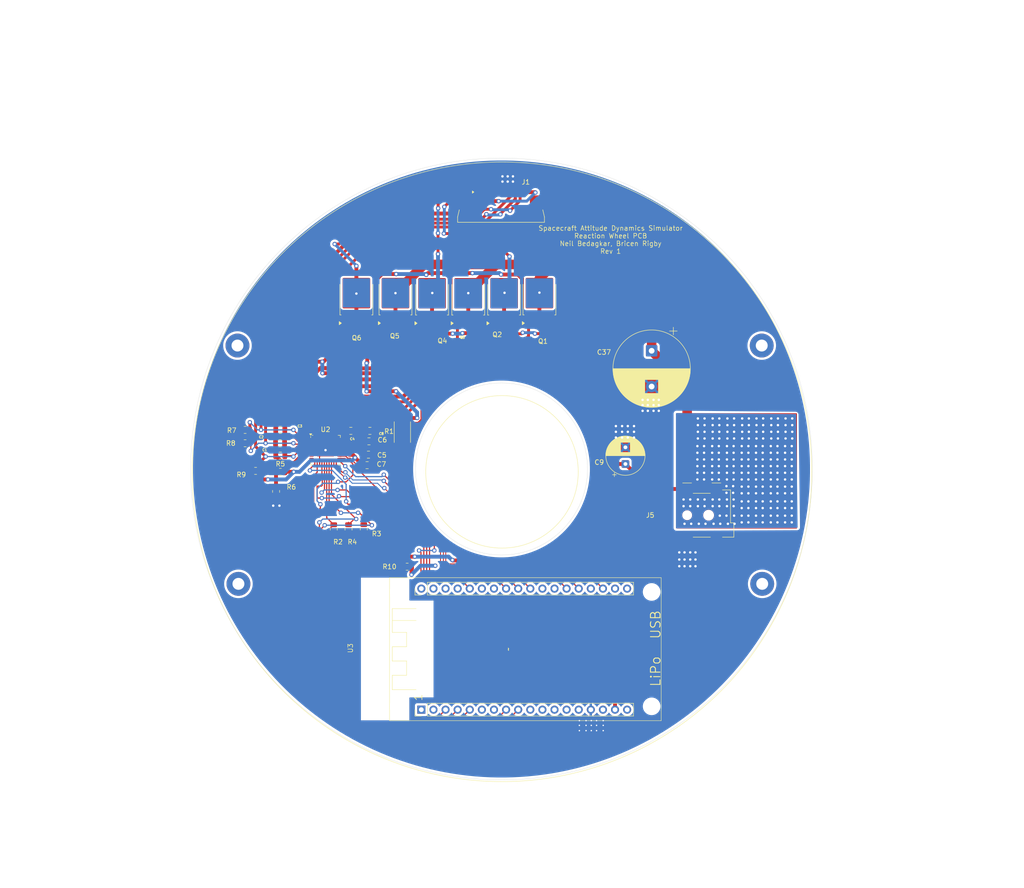
<source format=kicad_pcb>
(kicad_pcb (version 20241229) (generator "pcbnew") (generator_version "9.0")
  (title_block (title "BLDC Motor Control Board") (date "2025-10-23") (rev "Rev1") (company "PolySim"))
  (layers (0 "F.Cu" signal) (2 "B.Cu" signal) (13 "F.Paste" user) (15 "B.Paste" user) (5 "F.SilkS" user "F.Silkscreen") (7 "B.SilkS" user "B.Silkscreen") (1 "F.Mask" user) (3 "B.Mask" user) (25 "Edge.Cuts" user))
  (net 0 "")
  (net 1 "/WHP")
  (net 2 "/VHP")
  (net 3 "/UHP")
  (net 4 "Net-(U2-CP2)")
  (net 5 "Net-(U2-CP1)")
  (net 6 "Net-(U2-VINT)")
  (net 7 "GND")
  (net 8 "+24V")
  (net 9 "Net-(U2-VCP)")
  (net 10 "/W")
  (net 11 "/V")
  (net 12 "/U")
  (net 13 "+3V3")
  (net 14 "Net-(Q1-G)")
  (net 15 "Net-(Q2-G)")
  (net 16 "Net-(Q3-G)")
  (net 17 "Net-(Q4-G)")
  (net 18 "Net-(Q5-G)")
  (net 19 "Net-(Q6-G)")
  (net 20 "/IOFAULTn_1")
  (net 21 "/IOFGOUT_1")
  (net 22 "/IOLOCKn_1")
  (net 23 "/SCLK")
  (net 24 "/SCS_1")
  (net 25 "/SDATAI")
  (net 27 "/BRAKE")
  (net 28 "/SDATAO")
  (net 32 "/ENABLE")
  (net 33 "/CLKIN")
  (net 34 "/DIR")
  (net 35 "/RESET")
  (net 36 "Net-(Q2-S)")
  (net 59 "/xHN")
  (net 60 "/VREG")
  (footprint "Connector_BarrelJack:BarrelJack_Wuerth_694108106102_2.5x5.5mm" (layer "F.Cu") (at 247.325 95.7 -90)
    (property "Reference" "J5")
    (property "Value" "+24V Power")
  )
  (footprint "Capacitor_THT:CP_Radial_D16.0mm_P7.50mm" (layer "F.Cu") (at 236.8 61.2 -90)
    (property "Reference" "C37")
    (property "Value" "470 uF")
  )
  (footprint "Capacitor_SMD:C_0805_2012Metric" (layer "F.Cu") (at 158.885 83.195)
    (property "Reference" "C1")
    (property "Value" "0.1 uF")
  )
  (footprint "Resistor_SMD:R_0805_2012Metric" (layer "F.Cu") (at 185.5 106.5)
    (property "Reference" "R10")
    (property "Value" "3.3k")
  )
  (footprint "Capacitor_SMD:C_0805_2012Metric" (layer "F.Cu") (at 177.1 85.2 180)
    (property "Reference" "C7")
    (property "Value" "0.1 uF")
  )
  (footprint "ME507:FireBeetle-ESP32" (layer "F.Cu") (at 208.8 123.8 90)
    (property "Reference" "U3")
    (property "Value" "~")
  )
  (footprint "Resistor_SMD:R_0805_2012Metric" (layer "F.Cu") (at 176.4 98.5875 -90)
    (property "Reference" "R3")
    (property "Value" "10k")
  )
  (footprint "MountingHole:MountingHole_2.5mm_Pad" (layer "F.Cu") (at 260 110.1)
    (property "Reference" "H4" (hide yes))
    (property "Value" "MountingHole")
  )
  (footprint "Resistor_SMD:R_0805_2012Metric" (layer "F.Cu") (at 170.1 98.6125 -90)
    (property "Reference" "R2")
    (property "Value" "10k")
  )
  (footprint "Capacitor_THT:CP_Radial_D8.0mm_P3.50mm" (layer "F.Cu") (at 231.3 84.952651 90)
    (property "Reference" "C9")
    (property "Value" "47 uF")
  )
  (footprint "Resistor_SMD:R_0805_2012Metric" (layer "F.Cu") (at 173.2 98.6125 -90)
    (property "Reference" "R4")
    (property "Value" "10k")
  )
  (footprint "Capacitor_SMD:C_0805_2012Metric" (layer "F.Cu") (at 158.885 77.795)
    (property "Reference" "C3")
    (property "Value" "0.1 uF")
  )
  (footprint "MountingHole:MountingHole_2.5mm_Pad" (layer "F.Cu") (at 259.9 60.1)
    (property "Reference" "H2" (hide yes))
    (property "Value" "MountingHole")
  )
  (footprint "Capacitor_SMD:C_0805_2012Metric" (layer "F.Cu") (at 158.835 80.595)
    (property "Reference" "C2")
    (property "Value" "0.1 uF")
  )
  (footprint "Resistor_SMD:R_2512_6332Metric" (layer "F.Cu") (at 184.5 78.2625 90)
    (property "Reference" "R1")
    (property "Value" "0.125")
  )
  (footprint "Package_TO_SOT_SMD:TO-252-3_TabPin2" (layer "F.Cu") (at 213.255 50.36 90)
    (property "Reference" "Q1")
    (property "Value" "Q_NMOS_GDS")
  )
  (footprint "Package_TO_SOT_SMD:TO-252-3_TabPin2" (layer "F.Cu") (at 183.05 50.36 90)
    (property "Reference" "Q5")
    (property "Value" "Q_NMOS_GDS")
  )
  (footprint "Resistor_SMD:R_0805_2012Metric" (layer "F.Cu") (at 158 90.7 90)
    (property "Reference" "R6")
    (property "Value" "2.6k")
  )
  (footprint "Capacitor_SMD:C_0805_2012Metric" (layer "F.Cu") (at 177.685 77.995)
    (property "Reference" "C8")
    (property "Value" "1 uF")
  )
  (footprint "Package_TO_SOT_SMD:TO-252-3_TabPin2" (layer "F.Cu") (at 190.725 50.385 90)
    (property "Reference" "Q4")
    (property "Value" "Q_NMOS_GDS")
  )
  (footprint "Package_TO_SOT_SMD:TO-252-3_TabPin2" (layer "F.Cu") (at 174.85 50.36 90)
    (property "Reference" "Q6")
    (property "Value" "Q_NMOS_GDS")
  )
  (footprint "Resistor_SMD:R_0805_2012Metric" (layer "F.Cu") (at 151.5 80.6)
    (property "Reference" "R8")
    (property "Value" "2.6k")
  )
  (footprint "Package_TO_SOT_SMD:TO-252-3_TabPin2" (layer "F.Cu") (at 198.325 50.385 90)
    (property "Reference" "Q3")
    (property "Value" "Q_NMOS_GDS")
  )
  (footprint "Capacitor_SMD:C_0805_2012Metric" (layer "F.Cu") (at 177.485 80.195 180)
    (property "Reference" "C6")
    (property "Value" "0.1 uF")
  )
  (footprint "Connector_FFC-FPC:JUSHUO_AFA07-S11FCA-00_1x11-1MP_P1.0mm_Horizontal" (layer "F.Cu") (at 205.2 31.3)
    (property "Reference" "J1")
    (property "Value" "BLDC Motor ZIF Connection")
  )
  (footprint "Capacitor_SMD:C_0805_2012Metric" (layer "F.Cu") (at 177.385 82.995 180)
    (property "Reference" "C5")
    (property "Value" "1 uF")
  )
  (footprint "MountingHole:MountingHole_2.5mm_Pad" (layer "F.Cu") (at 149.9 60.1)
    (property "Reference" "H1" (hide yes))
    (property "Value" "MountingHole")
  )
  (footprint "Package_TO_SOT_SMD:TO-252-3_TabPin2" (layer "F.Cu") (at 205.845 50.385 90)
    (property "Reference" "Q2")
    (property "Value" "Q_NMOS_GDS")
  )
  (footprint "Resistor_SMD:R_0805_2012Metric" (layer "F.Cu") (at 151.5 77.8)
    (property "Reference" "R7")
    (property "Value" "2.6k")
  )
  (footprint "Resistor_SMD:R_0805_2012Metric" (layer "F.Cu") (at 158.9 86.6)
    (property "Reference" "R5")
    (property "Value" "2.6k")
  )
  (footprint "Capacitor_SMD:C_0805_2012Metric" (layer "F.Cu") (at 173.685 77.995 180)
    (property "Reference" "C4")
    (property "Value" "0.1 uF")
  )
  (footprint "Package_DFN_QFN:Texas_RHA0040E_VQFN-40-1EP_6x6mm_P0.5mm_EP3.52x2.62mm" (layer "F.Cu") (at 168.3725 82.045)
    (property "Reference" "U2")
    (property "Value" "DRV8308")
  )
  (footprint "Resistor_SMD:R_0805_2012Metric" (layer "F.Cu") (at 153.7 86.4 180)
    (property "Reference" "R9")
    (property "Value" "2.6k")
  )
  (footprint "MountingHole:MountingHole_2.5mm_Pad" (layer "F.Cu") (at 150.1 110.1)
    (property "Reference" "H3" (hide yes))
    (property "Value" "MountingHole")
  )
  (gr_circle (center 205.4 86.6) (end 221.4 86.6) (stroke (width 0.1)) (fill no) (layer "F.SilkS"))
  (gr_circle (center 205.4 86.6) (end 270.4 86.6) (stroke (width 0.1)) (fill no) (layer "F.SilkS"))
  (gr_circle (center 205.3 86) (end 222.8 90.4) (stroke (width 0.05)) (fill no) (layer "Edge.Cuts"))
  (gr_circle (center 205.3 86) (end 269.6 97) (stroke (width 0.05)) (fill no) (layer "Edge.Cuts"))
  (gr_text "Spacecraft Attitude Dynamics Simulator\nReaction Wheel PCB\nNeil Bedagkar, Bricen Rigby\nRev 1" (at 228.2 40.9 0) (layer "F.SilkS") (effects (font (size 1 1) (thickness 0.125)) (justify bottom)))
  (segment (start 199.6212 33.5788) (end 196.741991 33.578799) (width 0.6096) (layer "F.Cu") (net 1))
  (segment (start 179 33.8) (end 156.7 56.1) (width 0.6096) (layer "F.Cu") (net 1))
  (segment (start 207.1 31.8) (end 209.2 29.7) (width 0.6096) (layer "F.Cu") (net 1))
  (segment (start 196.741991 33.578799) (end 196.72079 33.6) (width 0.6096) (layer "F.Cu") (net 1))
  (segment (start 153.7 81.295) (end 155.8 83.395) (width 0.6096) (layer "F.Cu") (net 1))
  (segment (start 156.7 56.1) (end 156.7 60.8) (width 0.6096) (layer "F.Cu") (net 1))
  (segment (start 154.6125 84.5825) (end 155.8 83.395) (width 0.6096) (layer "F.Cu") (net 1))
  (segment (start 201.7 31.5) (end 199.6212 33.5788) (width 0.6096) (layer "F.Cu") (net 1))
  (segment (start 203.1 31.5) (end 201.7 31.5) (width 0.6096) (layer "F.Cu") (net 1))
  (segment (start 153.7 63.8) (end 153.7 81.295) (width 0.6096) (layer "F.Cu") (net 1))
  (segment (start 163.235 81.795) (end 165.435 81.795) (width 0.254) (layer "F.Cu") (net 1))
  (segment (start 179.253638 33.8) (end 179 33.8) (width 0.6096) (layer "F.Cu") (net 1))
  (segment (start 161.635 83.395) (end 163.235 81.795) (width 0.254) (layer "F.Cu") (net 1))
  (segment (start 209.2 29.7) (end 209.2 27.925) (width 0.6096) (layer "F.Cu") (net 1))
  (segment (start 154.6125 86.4) (end 154.6125 84.5825) (width 0.6096) (layer "F.Cu") (net 1))
  (segment (start 179.453638 33.6) (end 179.253638 33.8) (width 0.6096) (layer "F.Cu") (net 1))
  (segment (start 161.435 83.195) (end 161.635 83.395) (width 0.254) (layer "F.Cu") (net 1))
  (segment (start 196.72079 33.6) (end 179.453638 33.6) (width 0.6096) (layer "F.Cu") (net 1))
  (segment (start 156.7 60.8) (end 153.7 63.8) (width 0.6096) (layer "F.Cu") (net 1))
  (segment (start 159.835 83.195) (end 161.435 83.195) (width 0.254) (layer "F.Cu") (net 1))
  (via (at 161.635 83.395) (size 0.9144) (drill 0.508) (layers "F.Cu" "B.Cu") (net 1))
  (via (at 155.8 83.395) (size 0.9144) (drill 0.508) (layers "F.Cu" "B.Cu") (net 1))
  (via (at 207.1 31.8) (size 0.9144) (drill 0.508) (layers "F.Cu" "B.Cu") (net 1))
  (via (at 203.1 31.5) (size 0.9144) (drill 0.508) (layers "F.Cu" "B.Cu") (net 1))
  (segment (start 155.8 83.395) (end 161.635 83.395) (width 0.254) (layer "B.Cu") (net 1))
  (segment (start 206.9 31.6) (end 203.2 31.6) (width 0.6096) (layer "B.Cu") (net 1))
  (segment (start 207.1 31.8) (end 206.9 31.6) (width 0.6096) (layer "B.Cu") (net 1))
  (segment (start 203.2 31.6) (end 203.1 31.5) (width 0.6096) (layer "B.Cu") (net 1))
  (segment (start 152.7 80.8875) (end 152.4125 80.6) (width 0.254) (layer "F.Cu") (net 2))
  (segment (start 197.946362 35.2) (end 197.935762 35.2106) (width 0.6096) (layer "F.Cu") (net 2))
  (segment (start 159.785 80.595) (end 159.985 80.795) (width 0.254) (layer "F.Cu") (net 2))
  (segment (start 181.4788 35.2212) (end 168.8328 47.8672) (width 0.6096) (layer "F.Cu") (net 2))
  (segment (start 197.392313 35.221201) (end 181.4788 35.2212) (width 0.6096) (layer "F.Cu") (net 2))
  (segment (start 207.2 27.925) (end 207.2 28.824999) (width 0.6096) (layer "F.Cu") (net 2))
  (segment (start 168.8328 47.8672) (end 168.8328 57.3672) (width 0.6096) (layer "F.Cu") (net 2))
  (segment (start 159.785 80.595) (end 161.635 80.595) (width 0.254) (layer "F.Cu") (net 2))
  (segment (start 161.635 80.595) (end 161.835 80.795) (width 0.254) (layer "F.Cu") (net 2))
  (segment (start 200.824999 35.2) (end 197.946362 35.2) (width 0.6096) (layer "F.Cu") (net 2))
  (segment (start 197.935762 35.2106) (end 197.402914 35.2106) (width 0.6096) (layer "F.Cu") (net 2))
  (segment (start 207.2 28.824999) (end 200.824999 35.2) (width 0.6096) (layer "F.Cu") (net 2))
  (segment (start 155.8 70.4) (end 155.8 80.595) (width 0.6096) (layer "F.Cu") (net 2))
  (segment (start 197.402914 35.2106) (end 197.392313 35.221201) (width 0.6096) (layer "F.Cu") (net 2))
  (segment (start 152.7 82.2) (end 152.7 80.8875) (width 0.254) (layer "F.Cu") (net 2))
  (segment (start 161.835 80.795) (end 165.435 80.795) (width 0.254) (layer "F.Cu") (net 2))
  (segment (start 168.8328 57.3672) (end 155.8 70.4) (width 0.6096) (layer "F.Cu") (net 2))
  (via (at 161.635 80.595) (size 0.9144) (drill 0.508) (layers "F.Cu" "B.Cu") (net 2))
  (via (at 155.8 80.595) (size 0.9144) (drill 0.508) (layers "F.Cu" "B.Cu") (net 2))
  (via (at 152.7 82.2) (size 0.9144) (drill 0.508) (layers "F.Cu" "B.Cu") (net 2))
  (segment (start 154.305 80.595) (end 152.7 82.2) (width 0.254) (layer "B.Cu") (net 2))
  (segment (start 155.8 80.595) (end 161.635 80.595) (width 0.254) (layer "B.Cu") (net 2))
  (segment (start 155.8 80.595) (end 154.305 80.595) (width 0.254) (layer "B.Cu") (net 2))
  (segment (start 154.835 63.811362) (end 154.835 77.795) (width 0.6096) (layer "F.Cu") (net 3))
  (segment (start 202.132262 32.567738) (end 200.3106 34.3894) (width 0.6096) (layer "F.Cu") (net 3))
  (segment (start 152.5 77.7125) (end 152.4125 77.8) (width 0.6096) (layer "F.Cu") (net 3))
  (segment (start 197.067152 34.4) (end 197.056552 34.4106) (width 0.6096) (layer "F.Cu") (net 3))
  (segment (start 197.056552 34.4106) (end 179.7894 34.4106) (width 0.6096) (layer "F.Cu") (net 3))
  (segment (start 163.635 79.795) (end 165.435 79.795) (width 0.254) (layer "F.Cu") (net 3))
  (segment (start 205.069056 32.469056) (end 208.2 29.338112) (width 0.6096) (layer "F.Cu") (net 3))
  (segment (start 208.2 29.338112) (end 208.2 27.925) (width 0.6096) (layer "F.Cu") (net 3))
  (segment (start 161.635 77.795) (end 163.635 79.795) (width 0.254) (layer "F.Cu") (net 3))
  (segment (start 200.3106 34.3894) (end 197.6106 34.3894) (width 0.6096) (layer "F.Cu") (net 3))
  (segment (start 197.6106 34.3894) (end 197.6 34.4) (width 0.6096) (layer "F.Cu") (net 3))
  (segment (start 157.7 60.946362) (end 154.835 63.811362) (width 0.6096) (layer "F.Cu") (net 3))
  (segment (start 205.069056 32.562) (end 205.069056 32.469056) (width 0.6096) (layer "F.Cu") (net 3))
  (segment (start 157.7 56.5) (end 157.7 60.946362) (width 0.6096) (layer "F.Cu") (net 3))
  (segment (start 152.5 76.2) (end 152.5 77.7125) (width 0.6096) (layer "F.Cu") (net 3))
  (segment (start 202.132262 32.532262) (end 202.132262 32.567738) (width 0.6096) (layer "F.Cu") (net 3))
  (segment (start 179.7894 34.4106) (end 157.7 56.5) (width 0.6096) (layer "F.Cu") (net 3))
  (segment (start 159.835 77.795) (end 161.635 77.795) (width 0.254) (layer "F.Cu") (net 3))
  (segment (start 197.6 34.4) (end 197.067152 34.4) (width 0.6096) (layer "F.Cu") (net 3))
  (via (at 152.5 76.2) (size 0.9144) (drill 0.508) (layers "F.Cu" "B.Cu") (net 3))
  (via (at 202.132262 32.532262) (size 0.9144) (drill 0.508) (layers "F.Cu" "B.Cu") (net 3))
  (via (at 161.635 77.795) (size 0.9144) (drill 0.508) (layers "F.Cu" "B.Cu") (net 3))
  (via (at 154.835 77.795) (size 0.9144) (drill 0.508) (layers "F.Cu" "B.Cu") (net 3))
  (via (at 205.069056 32.562) (size 0.9144) (drill 0.508) (layers "F.Cu" "B.Cu") (net 3))
  (segment (start 154.835 77.795) (end 154.095 77.795) (width 0.254) (layer "B.Cu") (net 3))
  (segment (start 154.095 77.795) (end 152.5 76.2) (width 0.254) (layer "B.Cu") (net 3))
  (segment (start 204.931056 32.7) (end 202.3 32.7) (width 0.6096) (layer "B.Cu") (net 3))
  (segment (start 205.069056 32.562) (end 204.9 32.731056) (width 0.6096) (layer "B.Cu") (net 3))
  (segment (start 202.3 32.7) (end 202.132262 32.532262) (width 0.6096) (layer "B.Cu") (net 3))
  (segment (start 205.069056 32.562) (end 204.931056 32.7) (width 0.6096) (layer "B.Cu") (net 3))
  (segment (start 154.835 77.795) (end 161.635 77.795) (width 0.254) (layer "B.Cu") (net 3))
  (segment (start 172.335 80.295) (end 174.635 77.995) (width 0.254) (layer "F.Cu") (net 4))
  (segment (start 171.31 80.295) (end 172.335 80.295) (width 0.254) (layer "F.Cu") (net 4))
  (segment (start 171.835 79.795) (end 172.735 78.895) (width 0.254) (layer "F.Cu") (net 5))
  (segment (start 172.735 78.895) (end 172.735 77.995) (width 0.254) (layer "F.Cu") (net 5))
  (segment (start 171.31 79.795) (end 171.835 79.795) (width 0.254) (layer "F.Cu") (net 5))
  (segment (start 176.435 82.995) (end 175.735 82.295) (width 0.254) (layer "F.Cu") (net 6))
  (segment (start 175.735 82.295) (end 171.31 82.295) (width 0.254) (layer "F.Cu") (net 6))
  (segment (start 178.435 80.195) (end 178.435 81.795) (width 0.254) (layer "F.Cu") (net 7))
  (segment (start 178.335 80.295) (end 178.435 80.195) (width 0.8128) (layer "F.Cu") (net 7))
  (segment (start 178.435 81.795) (end 178.335 81.895) (width 0.254) (layer "F.Cu") (net 7))
  (segment (start 178.235 81.795) (end 178.1 81.795) (width 0.8128) (layer "F.Cu") (net 7))
  (segment (start 178.05 85.2) (end 178.05 83.28) (width 0.8128) (layer "F.Cu") (net 7))
  (segment (start 171.31 81.795) (end 176.3676 81.795) (width 0.254) (layer "F.Cu") (net 7))
  (segment (start 178.335 82.995) (end 178.335 81.895) (width 0.254) (layer "F.Cu") (net 7))
  (segment (start 176.3676 81.795) (end 176.5 81.6626) (width 0.254) (layer "F.Cu") (net 7))
  (segment (start 178.335 81.895) (end 178.235 81.795) (width 0.254) (layer "F.Cu") (net 7))
  (segment (start 171.31 81.795) (end 168.6225 81.795) (width 0.254) (layer "F.Cu") (net 7))
  (segment (start 178.335 82.995) (end 178.335 80.295) (width 0.8128) (layer "F.Cu") (net 7))
  (segment (start 178.05 83.28) (end 178.335 82.995) (width 0.8128) (layer "F.Cu") (net 7))
  (segment (start 184.5 81.225) (end 179.465 81.225) (width 0.8128) (layer "F.Cu") (net 7))
  (segment (start 178.1 81.795) (end 177.9676 81.6626) (width 0.8128) (layer "F.Cu") (net 7))
  (segment (start 167.1225 83.295) (end 168.3725 82.045) (width 0.254) (layer "F.Cu") (net 7))
  (segment (start 179.465 81.225) (end 178.435 80.195) (width 0.8128) (layer "F.Cu") (net 7))
  (segment (start 177.9676 81.6626) (end 176.5 81.6626) (width 0.8128) (layer "F.Cu") (net 7))
  (segment (start 168.6225 81.795) (end 168.3725 82.045) (width 0.254) (layer "F.Cu") (net 7))
  (segment (start 167.1225 84.9825) (end 167.1225 83.295) (width 0.254) (layer "F.Cu") (net 7))
  (via (at 206.6 24.6) (size 0.9144) (drill 0.508) (layers "F.Cu" "B.Cu") (net 7))
  (via (at 238.3 72.6) (size 0.9144) (drill 0.508) (layers "F.Cu" "B.Cu") (net 7))
  (via (at 237.2 72.6) (size 0.9144) (drill 0.508) (layers "F.Cu" "B.Cu") (net 7))
  (via (at 244.9 106.4) (size 0.9144) (drill 0.508) (layers "F.Cu" "B.Cu") (net 7))
  (via (at 206.6 25.7) (size 0.9144) (drill 0.508) (layers "F.Cu" "B.Cu") (net 7))
  (via (at 229.3 79.4) (size 0.9144) (drill 0.508) (layers "F.Cu" "B.Cu") (net 7))
  (via (at 236 73.8) (size 0.9144) (drill 0.508) (layers "F.Cu" "B.Cu") (net 7))
  (via (at 236 72.6) (size 0.9144) (drill 0.508) (layers "F.Cu" "B.Cu") (net 7))
  (via (at 158.7 93.7) (size 0.9144) (drill 0.508) (layers "F.Cu" "B.Cu") (net 7))
  (via (at 231.8 79.4) (size 0.9144) (drill 0.508) (layers "F.Cu" "B.Cu") (net 7))
  (via (at 223.04 138.8) (size 0.6) (drill 0.3) (layers "F.Cu" "B.Cu") (net 7))
  (via (at 244.9 103.5) (size 0.9144) (drill 0.508) (layers "F.Cu" "B.Cu") (net 7))
  (via (at 242.6 105) (size 0.9144) (drill 0.508) (layers "F.Cu" "B.Cu") (net 7))
  (via (at 224.14 140.9) (size 0.6) (drill 0.3) (layers "F.Cu" "B.Cu") (net 7))
  (via (at 157.4 93.7) (size 0.9144) (drill 0.508) (layers "F.Cu" "B.Cu") (net 7))
  (via (at 246 106.4) (size 0.9144) (drill 0.508) (layers "F.Cu" "B.Cu") (net 7))
  (via (at 233.1 79.4) (size 0.9144) (drill 0.508) (layers "F.Cu" "B.Cu") (net 7))
  (via (at 246 105) (size 0.9144) (drill 0.508) (layers "F.Cu" "B.Cu") (net 7))
  (via (at 238.3 73.8) (size 0.9144) (drill 0.508) (layers "F.Cu" "B.Cu") (net 7))
  (via (at 207.7 24.6) (size 0.9144) (drill 0.508) (layers "F.Cu" "B.Cu") (net 7))
  (via (at 237.2 73.8) (size 0.9144) (drill 0.508) (layers "F.Cu" "B.Cu") (net 7))
  (via (at 224.14 139.8) (size 0.6) (drill 0.3) (layers "F.Cu" "B.Cu") (net 7))
  (via (at 205.5 25.7) (size 0.9144) (drill 0.508) (layers "F.Cu" "B.Cu") (net 7))
  (via (at 221.64 139.8) (size 0.6) (drill 0.3) (layers "F.Cu" "B.Cu") (net 7))
  (via (at 238.3 71.5) (size 0.9144) (drill 0.508) (layers "F.Cu" "B.Cu") (net 7))
  (via (at 237.2 71.5) (size 0.9144) (drill 0.508) (layers "F.Cu" "B.Cu") (net 7))
  (via (at 230.6 79.4) (size 0.9144) (drill 0.508) (layers "F.Cu" "B.Cu") (net 7))
  (via (at 230.6 77) (size 0.9144) (drill 0.508) (layers "F.Cu" "B.Cu") (net 7))
  (via (at 243.7 105) (size 0.9144) (drill 0.508) (layers "F.Cu" "B.Cu") (net 7))
  (via (at 230.6 78.2) (size 0.9144) (drill 0.508) (layers "F.Cu" "B.Cu") (net 7))
  (via (at 234.9 73.8) (size 0.9144) (drill 0.508) (layers "F.Cu" "B.Cu") (net 7))
  (via (at 231.8 77) (size 0.9144) (drill 0.508) (layers "F.Cu" "B.Cu") (net 7))
  (via (at 225.24 140.9) (size 0.6) (drill 0.3) (layers "F.Cu" "B.Cu") (net 7))
  (via (at 207.7 25.7) (size 0.9144) (drill 0.508) (layers "F.Cu" "B.Cu") (net 7))
  (via (at 243.7 103.5) (size 0.9144) (drill 0.508) (layers "F.Cu" "B.Cu") (net 7))
  (via (at 225.24 138.8) (size 0.6) (drill 0.3) (layers "F.Cu" "B.Cu") (net 7))
  (via (at 234.9 71.5) (size 0.9144) (drill 0.508) (layers "F.Cu" "B.Cu") (net 7))
  (via (at 233.1 77) (size 0.9144) (drill 0.508) (layers "F.Cu" "B.Cu") (net 7))
  (via (at 242.6 103.5) (size 0.9144) (drill 0.508) (layers "F.Cu" "B.Cu") (net 7))
  (via (at 231.8 78.2) (size 0.9144) (drill 0.508) (layers "F.Cu" "B.Cu") (net 7))
  (via (at 223.04 139.8) (size 0.6) (drill 0.3) (layers "F.Cu" "B.Cu") (net 7))
  (via (at 221.64 138.8) (size 0.6) (drill 0.3) (layers "F.Cu" "B.Cu") (net 7))
  (via (at 226.64 139.8) (size 0.6) (drill 0.3) (layers "F.Cu" "B.Cu") (net 7))
  (via (at 226.64 140.9) (size 0.6) (drill 0.3) (layers "F.Cu" "B.Cu") (net 7))
  (via (at 246 103.5) (size 0.9144) (drill 0.508) (layers "F.Cu" "B.Cu") (net 7))
  (via (at 243.7 106.4) (size 0.9144) (drill 0.508) (layers "F.Cu" "B.Cu") (net 7))
  (via (at 225.24 139.8) (size 0.6) (drill 0.3) (layers "F.Cu" "B.Cu") (net 7))
  (via (at 233.1 78.2) (size 0.9144) (drill 0.508) (layers "F.Cu" "B.Cu") (net 7))
  (via (at 244.9 105) (size 0.9144) (drill 0.508) (layers "F.Cu" "B.Cu") (net 7))
  (via (at 205.5 24.6) (size 0.9144) (drill 0.508) (layers "F.Cu" "B.Cu") (net 7))
  (via (at 242.6 106.4) (size 0.9144) (drill 0.508) (layers "F.Cu" "B.Cu") (net 7))
  (via (at 224.14 138.8) (size 0.6) (drill 0.3) (layers "F.Cu" "B.Cu") (net 7))
  (via (at 236 71.5) (size 0.9144) (drill 0.508) (layers "F.Cu" "B.Cu") (net 7))
  (via (at 229.3 77) (size 0.9144) (drill 0.508) (layers "F.Cu" "B.Cu") (net 7))
  (via (at 226.64 138.8) (size 0.6) (drill 0.3) (layers "F.Cu" "B.Cu") (net 7))
  (via (at 223.04 140.9) (size 0.6) (drill 0.3) (layers "F.Cu" "B.Cu") (net 7))
  (via (at 221.64 140.9) (size 0.6) (drill 0.3) (layers "F.Cu" "B.Cu") (net 7))
  (via (at 168.3725 82.045) (size 0.9144) (drill 0.508) (layers "F.Cu" "B.Cu") (net 7))
  (via (at 229.3 78.2) (size 0.9144) (drill 0.508) (layers "F.Cu" "B.Cu") (net 7))
  (via (at 234.9 72.6) (size 0.9144) (drill 0.508) (layers "F.Cu" "B.Cu") (net 7))
  (segment (start 179.754158 77.995) (end 181.349158 76.4) (width 0.8128) (layer "F.Cu") (net 8))
  (segment (start 198.325 49.125) (end 198.325 49.1) (width 2) (layer "F.Cu") (net 8))
  (segment (start 216.2 43.0832) (end 204.7 43.0832) (width 2) (layer "F.Cu") (net 8))
  (segment (start 244.25 68.65) (end 236.8 61.2) (width 2) (layer "F.Cu") (net 8))
  (segment (start 187.885672 76.5199) (end 188.7 75.705572) (width 0.8128) (layer "F.Cu") (net 8))
  (segment (start 176.535 80.195) (end 176.535 80.150526) (width 0.8128) (layer "F.Cu") (net 8))
  (segment (start 176.535 80.150526) (end 178.635 78.050526) (width 0.8128) (layer "F.Cu") (net 8))
  (segment (start 244.25 90.2) (end 244.25 68.65) (width 2) (layer "F.Cu") (net 8))
  (segment (start 216.25 42.9) (end 216.375 43.025) (width 0.254) (layer "F.Cu") (net 8))
  (segment (start 228.952651 84.952651) (end 231.3 84.952651) (width 0.8128) (layer "F.Cu") (net 8))
  (segment (start 189.0668 43.0832) (end 183.05 49.1) (width 2) (layer "F.Cu") (net 8))
  (segment (start 224.0025 43.025) (end 223.9443 43.0832) (width 2) (layer "F.Cu") (net 8))
  (segment (start 188.7 75.705572) (end 188.7 73.3) (width 0.8128) (layer "F.Cu") (net 8))
  (segment (start 213.255 49.1) (end 213.255 49) (width 2) (layer "F.Cu") (net 8))
  (segment (start 231.3 84.952651) (end 236.547349 90.2) (width 0.8128) (layer "F.Cu") (net 8))
  (segment (start 213.255 49.1) (end 213.255 46.145) (width 0.8128) (layer "F.Cu") (net 8))
  (segment (start 188.7 73.3) (end 197.65 64.35) (width 0.8128) (layer "F.Cu") (net 8))
  (segment (start 198.325 48.9582) (end 204.2 43.0832) (width 2) (layer "F.Cu") (net 8))
  (segment (start 178.635 77.995) (end 179.754158 77.995) (width 0.8128) (layer "F.Cu") (net 8))
  (segment (start 189.1832 43.0832) (end 189.125 43.025) (width 2) (layer "F.Cu") (net 8))
  (segment (start 198.325 49.125) (end 198.325 55.425) (width 0.8128) (layer "F.Cu") (net 8))
  (segment (start 250.4 90.2) (end 244.25 90.2) (width 2) (layer "F.Cu") (net 8))
  (segment (start 176.535 80.195) (end 175.5678 81.1622) (width 0.6096) (layer "F.Cu") (net 8))
  (segment (start 204.2 43.0832) (end 204.7 43.0832) (width 2) (layer "F.Cu") (net 8))
  (segment (start 214.85 64.35) (end 226.1 75.6) (width 0.8128) (layer "F.Cu") (net 8))
  (segment (start 175.5678 81.1622) (end 174.5 81.1622) (width 0.6096) (layer "F.Cu") (net 8))
  (segment (start 236.547349 90.2) (end 244.25 90.2) (width 0.8128) (layer "F.Cu") (net 8))
  (segment (start 204.7 43.0832) (end 189.1832 43.0832) (width 2) (layer "F.Cu") (net 8))
  (segment (start 236.8 61.2) (end 236.8 55.8225) (width 2) (layer "F.Cu") (net 8))
  (segment (start 189.1832 43.0832) (end 189.0668 43.0832) (width 2) (layer "F.Cu") (net 8))
  (segment (start 213.255 46.0282) (end 216.2 43.0832) (width 2) (layer "F.Cu") (net 8))
  (segment (start 236.8 55.8225) (end 224.0025 43.025) (width 2) (layer "F.Cu") (net 8))
  (segment (start 181.349158 76.4) (end 181.469058 76.5199) (width 0.8128) (layer "F.Cu") (net 8))
  (segment (start 178.635 78.050526) (end 178.635 77.995) (width 0.8128) (layer "F.Cu") (net 8))
  (segment (start 197.65 64.35) (end 214.85 64.35) (width 0.8128) (layer "F.Cu") (net 8))
  (segment (start 226.1 82.1) (end 228.952651 84.952651) (width 0.8128) (layer "F.Cu") (net 8))
  (segment (start 223.9443 43.0832) (end 216.2 43.0832) (width 2) (layer "F.Cu") (net 8))
  (segment (start 198.325 49.1) (end 198.325 48.9582) (width 2) (layer "F.Cu") (net 8))
  (segment (start 175.435 81.295) (end 176.535 80.195) (width 0.254) (layer "F.Cu") (net 8))
  (segment (start 213.255 49) (end 213.255 46.0282) (width 2) (layer "F.Cu") (net 8))
  (segment (start 181.469058 76.5199) (end 187.885672 76.5199) (width 0.8128) (layer "F.Cu") (net 8))
  (segment (start 204.375 43.075) (end 204.375 43.025) (width 0.8128) (layer "F.Cu") (net 8))
  (segment (start 213.255 49.1) (end 213.255 55.4) (width 0.8128) (layer "F.Cu") (net 8))
  (segment (start 183.05 49.1) (end 183.05 55.4) (width 0.8128) (layer "F.Cu") (net 8))
  (segment (start 226.1 75.6) (end 226.1 82.1) (width 0.8128) (layer "F.Cu") (net 8))
  (segment (start 171.31 81.295) (end 175.435 81.295) (width 0.254) (layer "F.Cu") (net 8))
  (via (at 260.1 94.2) (size 0.9144) (drill 0.508) (layers "F.Cu" "B.Cu") (net 8))
  (via (at 250.9 82.6) (size 0.9144) (drill 0.508) (layers "F.Cu" "B.Cu") (net 8))
  (via (at 183.05 49.1) (size 0.9144) (drill 0.508) (layers "F.Cu" "B.Cu") (net 8))
  (via (at 264.9 75.4) (size 0.9144) (drill 0.508) (layers "F.Cu" "B.Cu") (net 8))
  (via (at 249.5 82.6) (size 0.9144) (drill 0.508) (layers "F.Cu" "B.Cu") (net 8))
  (via (at 254 88.2) (size 0.9144) (drill 0.508) (layers "F.Cu" "B.Cu") (net 8))
  (via (at 257.1 86.8) (size 0.9144) (drill 0.508) (layers "F.Cu" "B.Cu") (net 8))
  (via (at 255.7 89.7) (size 0.9144) (drill 0.508) (layers "F.Cu" "B.Cu") (net 8))
  (via (at 257.1 91.1) (size 0.9144) (drill 0.508) (layers "F.Cu" "B.Cu") (net 8))
  (via (at 249.5 85.4) (size 0.9144) (drill 0.508) (layers "F.Cu" "B.Cu") (net 8))
  (via (at 255.8 76.8) (size 0.9144) (drill 0.508) (layers "F.Cu" "B.Cu") (net 8))
  (via (at 243.5 92.4) (size 0.9144) (drill 0.508) (layers "F.Cu" "B.Cu") (net 8))
  (via (at 257.1 85.4) (size 0.9144) (drill 0.508) (layers "F.Cu" "B.Cu") (net 8))
  (via (at 244.9 93.8) (size 0.9144) (drill 0.508) (layers "F.Cu" "B.Cu") (net 8))
  (via (at 264.8 88.2) (size 0.9144) (drill 0.508) (layers "F.Cu" "B.Cu") (net 8))
  (via (at 249.8 97.5) (size 0.9144) (drill 0.508) (layers "F.Cu" "B.Cu") (net 8))
  (via (at 252.7 79.6) (size 0.9144) (drill 0.508) (layers "F.Cu" "B.Cu") (net 8))
  (via (at 250.9 84) (size 0.9144) (drill 0.508) (layers "F.Cu" "B.Cu") (net 8))
  (via (at 263.3 78.2) (size 0.9144) (drill 0.508) (layers "F.Cu" "B.Cu") (net 8))
  (via (at 254 86.8) (size 0.9144) (drill 0.508) (layers "F.Cu" "B.Cu") (net 8))
  (via (at 254.1 95.8) (size 0.9144) (drill 0.508) (layers "F.Cu" "B.Cu") (net 8))
  (via (at 260.1 91.1) (size 0.9144) (drill 0.508) (layers "F.Cu" "B.Cu") (net 8))
  (via (at 258.7 89.7) (size 0.9144) (drill 0.508) (layers "F.Cu" "B.Cu") (net 8))
  (via (at 266.3 79.6) (size 0.9144) (drill 0.508) (layers "F.Cu" "B.Cu") (net 8))
  (via (at 249.5 88.2) (size 0.9144) (drill 0.508) (layers "F.Cu" "B.Cu") (net 8))
  (via (at 255.7 97.2) (size 0.9144) (drill 0.508) (layers "F.Cu" "B.Cu") (net 8))
  (via (at 260.1 84) (size 0.9144) (drill 0.508) (layers "F.Cu" "B.Cu") (net 8))
  (via (at 246.4 88.2) (size 0.9144) (drill 0.508) (layers "F.Cu" "B.Cu") (net 8))
  (via (at 264.8 85.4) (size 0.9144) (drill 0.508) (layers "F.Cu" "B.Cu") (net 8))
  (via (at 255.7 94.2) (size 0.9144) (drill 0.508) (layers "F.Cu" "B.Cu") (net 8))
  (via (at 246.4 84) (size 0.9144) (drill 0.508) (layers "F.Cu" "B.Cu") (net 8))
  (via (at 254.2 97.5) (size 0.9144) (drill 0.508) (layers "F.Cu" "B.Cu") (net 8))
  (via (at 252.6 85.4) (size 0.9144) (drill 0.508) (layers "F.Cu" "B.Cu") (net 8))
  (via (at 247.9 79.6) (size 0.9144) (drill 0.508) (layers "F.Cu" "B.Cu") (net 8))
  (via (at 250.9 81.2) (size 0.9144) (drill 0.508) (layers "F.Cu" "B.Cu") (net 8))
  (via (at 261.9 75.4) (size 0.9144) (drill 0.508) (layers "F.Cu" "B.Cu") (net 8))
  (via (at 247.9 75.4) (size 0.9144) (drill 0.508) (layers "F.Cu" "B.Cu") (net 8))
  (via (at 251 78.2) (size 0.9144) (drill 0.508) (layers "F.Cu" "B.Cu") (net 8))
  (via (at 263.2 97.2) (size 0.9144) (drill 0.508) (layers "F.Cu" "B.Cu") (net 8))
  (via (at 249.6 93.8) (size 0.9144) (drill 0.508) (layers "F.Cu" "B.Cu") (net 8))
  (via (at 249.5 81.2) (size 0.9144) (drill 0.508) (layers "F.Cu" "B.Cu") (net 8))
  (via (at 249.5 84) (size 0.9144) (drill 0.508) (layers "F.Cu" "B.Cu") (net 8))
  (via (at 252.6 81.2) (size 0.9144) (drill 0.508) (layers "F.Cu" "B.Cu") (net 8))
  (via (at 261.8 89.7) (size 0.9144) (drill 0.508) (layers "F.Cu" "B.Cu") (net 8))
  (via (at 261.8 94.2) (size 0.9144) (drill 0.508) (layers "F.Cu" "B.Cu") (net 8))
  (via (at 266.3 76.8) (size 0.9144) (drill 0.508) (layers "F.Cu" "B.Cu") (net 8))
  (via (at 261.8 81.2) (size 0.9144) (drill 0.508) (layers "F.Cu" "B.Cu") (net 8))
  (via (at 261.8 86.8) (size 0.9144) (drill 0.508) (layers "F.Cu" "B.Cu") (net 8))
  (via (at 250.9 86.8) (size 0.9144) (drill 0.508) (layers "F.Cu" "B.Cu") (net 8))
  (via (at 261.8 82.6) (size 0.9144) (drill 0.508) (layers "F.Cu" "B.Cu") (net 8))
  (via (at 251.1 95.8) (size 0.9144) (drill 0.508) (layers "F.Cu" "B.Cu") (net 8))
  (via (at 266.2 92.8) (size 0.9144) (drill 0.508) (layers "F.Cu" "B.Cu") (net 8))
  (via (at 266.2 82.6) (size 0.9144) (drill 0.508) (layers "F.Cu" "B.Cu") (net 8))
  (via (at 247.8 82.6) (size 0.9144) (drill 0.508) (layers "F.Cu" "B.Cu") (net 8))
  (via (at 263.2 86.8) (size 0.9144) (drill 0.508) (layers "F.Cu" "B.Cu") (net 8))
  (via (at 252.7 78.2) (size 0.9144) (drill 0.508) (layers "F.Cu" "B.Cu") (net 8))
  (via (at 251 93.8) (size 0.9144) (drill 0.508) (layers "F.Cu" "B.Cu") (net 8))
  (via (at 252.5 91) (size 0.9144) (drill 0.508) (layers "F.Cu" "B.Cu") (net 8))
  (via (at 263.2 81.2) (size 0.9144) (drill 0.508) (layers "F.Cu" "B.Cu") (net 8))
  (via (at 258.7 86.8) (size 0.9144) (drill 0.508) (layers "F.Cu" "B.Cu") (net 8))
  (via (at 258.7 92.8) (size 0.9144) (drill 0.508) (layers "F.Cu" "B.Cu") (net 8))
  (via (at 260.1 86.8) (size 0.9144) (drill 0.508) (layers "F.Cu" "B.Cu") (net 8))
  (via (at 263.2 88.2) (size 0.9144) (drill 0.508) (layers "F.Cu" "B.Cu") (net 8))
  (via (at 255.7 85.4) (size 0.9144) (drill 0.508) (layers "F.Cu" "B.Cu") (net 8))
  (via (at 252.6 86.8) (size 0.9144) (drill 0.508) (layers "F.Cu" "B.Cu") (net 8))
  (via (at 254 81.2) (size 0.9144) (drill 0.508) (layers "F.Cu" "B.Cu") (net 8))
  (via (at 246.5 92.4) (size 0.9144) (drill 0.508) (layers "F.Cu" "B.Cu") (net 8))
  (via (at 261.8 91.1) (size 0.9144) (drill 0.508) (layers "F.Cu" "B.Cu") (net 8))
  (via (at 260.1 95.8) (size 0.9144) (drill 0.508) (layers "F.Cu" "B.Cu") (net 8))
  (via (at 258.7 88.2) (size 0.9144) (drill 0.508) (layers "F.Cu" "B.Cu") (net 8))
  (via (at 252.6 82.6) (size 0.9144) (drill 0.508) (layers "F.Cu" "B.Cu") (net 8))
  (via (at 257.1 82.6) (size 0.9144) (drill 0.508) (layers "F.Cu" "B.Cu") (net 8))
  (via (at 266.2 84) (size 0.9144) (drill 0.508) (layers "F.Cu" "B.Cu") (net 8))
  (via (at 264.8 84) (size 0.9144) (drill 0.508) (layers "F.Cu" "B.Cu") (net 8))
  (via (at 246.4 86.8) (size 0.9144) (drill 0.508) (layers "F.Cu" "B.Cu") (net 8))
  (via (at 249.6 79.6) (size 0.9144) (drill 0.508) (layers "F.Cu" "B.Cu") (net 8))
  (via (at 246.5 75.4) (size 0.9144) (drill 0.508) (layers "F.Cu" "B.Cu") (net 8))
  (via (at 266.2 85.4) (size 0.9144) (drill 0.508) (layers "F.Cu" "B.Cu") (net 8))
  (via (at 248.1 97.5) (size 0.9144) (drill 0.508) (layers "F.Cu" "B.Cu") (net 8))
  (via (at 251 75.4) (size 0.9144) (drill 0.508) (layers "F.Cu" "B.Cu") (net 8))
  (via (at 254 82.6) (size 0.9144) (drill 0.508) (layers "F.Cu" "B.Cu") (net 8))
  (via (at 251.2 97.5) (size 0.9144) (drill 0.508) (layers "F.Cu" "B.Cu") (net 8))
  (via (at 243.7 97.5) (size 0.9144) (drill 0.508) (layers "F.Cu" "B.Cu") (net 8))
  (via (at 246.4 81.2) (size 0.9144) (drill 0.508) (layers "F.Cu" "B.Cu") (net 8))
  (via (at 258.7 97.2) (size 0.9144) (drill 0.508) (layers "F.Cu" "B.Cu") (net 8))
  (via (at 264.9 79.6) (size 0.9144) (drill 0.508) (layers "F.Cu" "B.Cu") (net 8))
  (via (at 255.7 84) (size 0.9144) (drill 0.508) (layers "F.Cu" "B.Cu") (net 8))
  (via (at 260.2 79.6) (size 0.9144) (drill 0.508) (layers "F.Cu" "B.Cu") (net 8))
  (via (at 264.8 91.1) (size 0.9144) (drill 0.508) (layers "F.Cu" "B.Cu") (net 8))
  (via (at 247.9 76.8) (size 0.9144) (drill 0.508) (layers "F.Cu" "B.Cu") (net 8))
  (via (at 266.2 94.2) (size 0.9144) (drill 0.508) (layers "F.Cu" "B.Cu") (net 8))
  (via (at 254.1 75.4) (size 0.9144) (drill 0.508) (layers "F.Cu" "B.Cu") (net 8))
  (via (at 258.7 81.2) (size 0.9144) (drill 0.508) (layers "F.Cu" "B.Cu") (net 8))
  (via (at 261.8 88.2) (size 0.9144) (drill 0.508) (layers "F.Cu" "B.Cu") (net 8))
  (via (at 258.7 94.2) (size 0.9144) (drill 0.508) (layers "F.Cu" "B.Cu") (net 8))
  (via (at 264.8 82.6) (size 0.9144) (drill 0.508) (layers "F.Cu" "B.Cu") (net 8))
  (via (at 260.1 92.8) (size 0.9144) (drill 0.508) (layers "F.Cu" "B.Cu") (net 8))
  (via (at 264.8 92.8) (size 0.9144) (drill 0.508) (layers "F.Cu" "B.Cu") (net 8))
  (via (at 253.9 91) (size 0.9144) (drill 0.508) (layers "F.Cu" "B.Cu") (net 8))
  (via (at 247.9 78.2) (size 0.9144) (drill 0.508) (layers "F.Cu" "B.Cu") (net 8))
  (via (at 258.8 75.4) (size 0.9144) (drill 0.508) (layers "F.Cu" "B.Cu") (net 8))
  (via (at 247.8 85.4) (size 0.9144) (drill 0.508) (layers "F.Cu" "B.Cu") (net 8))
  (via (at 255.7 92.8) (size 0.9144) (drill 0.508) (layers "F.Cu" "B.Cu") (net 8))
  (via (at 249.5 86.8) (size 0.9144) (drill 0.508) (layers "F.Cu" "B.Cu") (net 8))
  (via (at 261.8 92.8) (size 0.9144) (drill 0.508) (layers "F.Cu" "B.Cu") (net 8))
  (via (at 264.9 78.2) (size 0.9144) (drill 0.508) (layers "F.Cu" "B.Cu") (net 8))
  (via (at 266.3 78.2) (size 0.9144) (drill 0.508) (layers "F.Cu" "B.Cu") (net 8))
  (via (at 264.8 94.2) (size 0.9144) (drill 0.508) (layers "F.Cu" "B.Cu") (net 8))
  (via (at 257.2 79.6) (size 0.9144) (drill 0.508) (layers "F.Cu" "B.Cu") (net 8))
  (via (at 266.2 88.2) (size 0.9144) (drill 0.508) (layers "F.Cu" "B.Cu") (net 8))
  (via (at 252.6 93.8) (size 0.9144) (drill 0.508) (layers "F.Cu" "B.Cu") (net 8))
  (via (at 263.2 94.2) (size 0.9144) (drill 0.508) (layers "F.Cu" "B.Cu") (net 8))
  (via (at 261.9 78.2) (size 0.9144) (drill 0.508) (layers "F.Cu" "B.Cu") (net 8))
  (via (at 249.6 76.8) (size 0.9144) (drill 0.508) (layers "F.Cu" "B.Cu") (net 8))
  (via (at 266.3 75.4) (size 0.9144) (drill 0.508) (layers "F.Cu" "B.Cu") (net 8))
  (via (at 213.255 49) (size 0.9144) (drill 0.508) (layers "F.Cu" "B.Cu") (net 8))
  (via (at 264.9 76.8) (size 0.9144) (drill 0.508) (layers "F.Cu" "B.Cu") (net 8))
  (via (at 247.9 93.8) (size 0.9144) (drill 0.508) (layers "F.Cu" "B.Cu") (net 8))
  (via (at 250.9 88.2) (size 0.9144) (drill 0.508) (layers "F.Cu" "B.Cu") (net 8))
  (via (at 198.325 49.1) (size 0.9144) (drill 0.508) (layers "F.Cu" "B.Cu") (net 8))
  (via (at 258.7 85.4) (size 0.9144) (drill 0.508) (layers "F.Cu" "B.Cu") (net 8))
  (via (at 261.8 85.4) (size 0.9144) (drill 0.508) (layers "F.Cu" "B.Cu") (net 8))
  (via (at 245.1 97.5) (size 0.9144) (drill 0.508) (layers "F.Cu" "B.Cu") (net 8))
  (via (at 255.7 88.2) (size 0.9144) (drill 0.508) (layers "F.Cu" "B.Cu") (net 8))
  (via (at 246.5 79.6) (size 0.9144) (drill 0.508) (layers "F.Cu" "B.Cu") (net 8))
  (via (at 247.8 81.2) (size 0.9144) (drill 0.508) (layers "F.Cu" "B.Cu") (net 8))
  (via (at 260.2 75.4) (size 0.9144) (drill 0.508) (layers "F.Cu" "B.Cu") (net 8))
  (via (at 264.8 81.2) (size 0.9144) (drill 0.508) (layers "F.Cu" "B.Cu") (net 8))
  (via (at 254.1 79.6) (size 0.9144) (drill 0.508) (layers "F.Cu" "B.Cu") (net 8))
  (via (at 255.7 95.8) (size 0.9144) (drill 0.508) (layers "F.Cu" "B.Cu") (net 8))
  (via (at 260.1 88.2) (size 0.9144) (drill 0.508) (layers "F.Cu" "B.Cu") (net 8))
  (via (at 260.2 76.8) (size 0.9144) (drill 0.508) (layers "F.Cu" "B.Cu") (net 8))
  (via (at 264.8 86.8) (size 0.9144) (drill 0.508) (layers "F.Cu" "B.Cu") (net 8))
  (via (at 257.2 76.8) (size 0.9144) (drill 0.508) (layers "F.Cu" "B.Cu") (net 8))
  (via (at 261.8 95.8) (size 0.9144) (drill 0.508) (layers "F.Cu" "B.Cu") (net 8))
  (via (at 246.7 97.5) (size 0.9144) (drill 0.508) (layers "F.Cu" "B.Cu") (net 8))
  (via (at 254 85.4) (size 0.9144) (drill 0.508) (layers "F.Cu" "B.Cu") (net 8))
  (via (at 257.1 88.2) (size 0.9144) (drill 0.508) (layers "F.Cu" "B.Cu") (net 8))
  (via (at 261.9 79.6) (size 0.9144) (drill 0.508) (layers "F.Cu" "B.Cu") (net 8))
  (via (at 266.2 81.2) (size 0.9144) (drill 0.508) (layers "F.Cu" "B.Cu") (net 8))
  (via (at 263.2 82.6) (size 0.9144) (drill 0.508) (layers "F.Cu" "B.Cu") (net 8))
  (via (at 264.8 95.8) (size 0.9144) (drill 0.508) (layers "F.Cu" "B.Cu") (net 8))
  (via (at 266.2 95.8) (size 0.9144) (drill 0.508) (layers "F.Cu" "B.Cu") (net 8))
  (via (at 246.5 76.8) (size 0.9144) (drill 0.508) (layers "F.Cu" "B.Cu") (net 8))
  (via (at 263.3 79.6) (size 0.9144) (drill 0.508) (layers "F.Cu" "B.Cu") (net 8))
  (via (at 246.5 93.8) (size 0.9144) (drill 0.508) (layers "F.Cu" "B.Cu") (net 8))
  (via (at 247.9 92.4) (size 0.9144) (drill 0.508) (layers "F.Cu" "B.Cu") (net 8))
  (via (at 246.4 82.6) (size 0.9144) (drill 0.508) (layers "F.Cu" "B.Cu") (net 8))
  (via (at 252.5 89.6) (size 0.9144) (drill 0.508) (layers "F.Cu" "B.Cu") (net 8))
  (via (at 263.2 85.4) (size 0.9144) (drill 0.508) (layers "F.Cu" "B.Cu") (net 8))
  (via (at 263.3 75.4) (size 0.9144) (drill 0.508) (layers "F.Cu" "B.Cu") (net 8))
  (via (at 258.8 76.8) (size 0.9144) (drill 0.508) (layers "F.Cu" "B.Cu") (net 8))
  (via (at 253.9 89.6) (size 0.9144) (drill 0.508) (layers "F.Cu" "B.Cu") (net 8))
  (via (at 260.1 97.2) (size 0.9144) (drill 0.508) (layers "F.Cu" "B.Cu") (net 8))
  (via (at 257.2 75.4) (size 0.9144) (drill 0.508) (layers "F.Cu" "B.Cu") (net 8))
  (via (at 263.3 76.8) (size 0.9144) (drill 0.508) (layers "F.Cu" "B.Cu") (net 8))
  (via (at 263.2 89.7) (size 0.9144) (drill 0.508) (layers "F.Cu" "B.Cu") (net 8))
  (via (at 257.2 78.2) (size 0.9144) (drill 0.508) (layers "F.Cu" "B.Cu") (net 8))
  (via (at 252.8 97.5) (size 0.9144) (drill 0.508) (layers "F.Cu" "B.Cu") (net 8))
  (via (at 258.7 91.1) (size 0.9144) (drill 0.508) (layers "F.Cu" "B.Cu") (net 8))
  (via (at 255.8 78.2) (size 0.9144) (drill 0.508) (layers "F.Cu" "B.Cu") (net 8))
  (via (at 266.2 91.1) (size 0.9144) (drill 0.508) (layers "F.Cu" "B.Cu") (net 8))
  (via (at 252.7 76.8) (size 0.9144) (drill 0.508) (layers "F.Cu" "B.Cu") (net 8))
  (via (at 266.2 97.2) (size 0.9144) (drill 0.508) (layers "F.Cu" "B.Cu") (net 8))
  (via (at 258.8 78.2) (size 0.9144) (drill 0.508) (layers "F.Cu" "B.Cu") (net 8))
  (via (at 252.6 88.2) (size 0.9144) (drill 0.508) (layers "F.Cu" "B.Cu") (net 8))
  (via (at 255.8 79.6) (size 0.9144) (drill 0.508) (layers "F.Cu" "B.Cu") (net 8))
  (via (at 247.8 84) (size 0.9144) (drill 0.508) (layers "F.Cu" "B.Cu") (net 8))
  (via (at 247.8 88.2) (size 0.9144) (drill 0.508) (layers "F.Cu" "B.Cu") (net 8))
  (via (at 257.1 81.2) (size 0.9144) (drill 0.508) (layers "F.Cu" "B.Cu") (net 8))
  (via (at 264.8 89.7) (size 0.9144) (drill 0.508) (layers "F.Cu" "B.Cu") (net 8))
  (via (at 252.7 75.4) (size 0.9144) (drill 0.508) (layers "F.Cu" "B.Cu") (net 8))
  (via (at 264.8 97.2) (size 0.9144) (drill 0.508) (layers "F.Cu" "B.Cu") (net 8))
  (via (at 261.8 84) (size 0.9144) (drill 0.508) (layers "F.Cu" "B.Cu") (net 8))
  (via (at 257.1 84) (size 0.9144) (drill 0.508) (layers "F.Cu" "B.Cu") (net 8))
  (via (at 254 92.4) (size 0.9144) (drill 0.508) (layers "F.Cu" "B.Cu") (net 8))
  (via (at 251 92.4) (size 0.9144) (drill 0.508) (layers "F.Cu" "B.Cu") (net 8))
  (via (at 246.5 78.2) (size 0.9144) (drill 0.508) (layers "F.Cu" "B.Cu") (net 8))
  (via (at 250.9 85.4) (size 0.9144) (drill 0.508) (layers "F.Cu" "B.Cu") (net 8))
  (via (at 254 93.8) (size 0.9144) (drill 0.508) (layers "F.Cu" "B.Cu") (net 8))
  (via (at 249.6 78.2) (size 0.9144) (drill 0.508) (layers "F.Cu" "B.Cu") (net 8))
  (via (at 261.8 97.2) (size 0.9144) (drill 0.508) (layers "F.Cu" "B.Cu") (net 8))
  (via (at 260.1 82.6) (size 0.9144) (drill 0.508) (layers "F.Cu" "B.Cu") (net 8))
  (via (at 257.1 95.8) (size 0.9144) (drill 0.508) (layers "F.Cu" "B.Cu") (net 8))
  (via (at 263.2 95.8) (size 0.9144) (drill 0.508) (layers "F.Cu" "B.Cu") (net 8))
  (via (at 257.1 92.8) (size 0.9144) (drill 0.508) (layers "F.Cu" "B.Cu") (net 8))
  (via (at 249.6 92.4) (size 0.9144) (drill 0.508) (layers "F.Cu" "B.Cu") (net 8))
  (via (at 260.1 85.4) (size 0.9144) (drill 0.508) (layers "F.Cu" "B.Cu") (net 8))
  (via (at 258.7 82.6) (size 0.9144) (drill 0.508) (layers "F.Cu" "B.Cu") (net 8))
  (via (at 247.8 86.8) (size 0.9144) (drill 0.508) (layers "F.Cu" "B.Cu") (net 8))
  (via (at 260.1 89.7) (size 0.9144) (drill 0.508) (layers "F.Cu" "B.Cu") (net 8))
  (via (at 254 84) (size 0.9144) (drill 0.508) (layers "F.Cu" "B.Cu") (net 8))
  (via (at 255.8 75.4) (size 0.9144) (drill 0.508) (layers "F.Cu" "B.Cu") (net 8))
  (via (at 263.2 92.8) (size 0.9144) (drill 0.508) (layers "F.Cu" "B.Cu") (net 8))
  (via (at 263.2 84) (size 0.9144) (drill 0.508) (layers "F.Cu" "B.Cu") (net 8))
  (via (at 251 79.6) (size 0.9144) (drill 0.508) (layers "F.Cu" "B.Cu") (net 8))
  (via (at 258.7 95.8) (size 0.9144) (drill 0.508) (layers "F.Cu" "B.Cu") (net 8))
  (via (at 260.2 78.2) (size 0.9144) (drill 0.508) (layers "F.Cu" "B.Cu") (net 8))
  (via (at 261.9 76.8) (size 0.9144) (drill 0.508) (layers "F.Cu" "B.Cu") (net 8))
  (via (at 249.6 75.4) (size 0.9144) (drill 0.508) (layers "F.Cu" "B.Cu") (net 8))
  (via (at 255.7 86.8) (size 0.9144) (drill 0.508) (layers "F.Cu" "B.Cu") (net 8))
  (via (at 266.2 86.8) (size 0.9144) (drill 0.508) (layers "F.Cu" "B.Cu") (net 8))
  (via (at 257.1 94.2) (size 0.9144) (drill 0.508) (layers "F.Cu" "B.Cu") (net 8))
  (via (at 255.7 91.1) (size 0.9144) (drill 0.508) (layers "F.Cu" "B.Cu") (net 8))
  (via (at 243.5 93.8) (size 0.9144) (drill 0.508) (layers "F.Cu" "B.Cu") (net 8))
  (via (at 244.9 92.4) (size 0.9144) (drill 0.508) (layers "F.Cu" "B.Cu") (net 8))
  (via (at 258.7 84) (size 0.9144) (drill 0.508) (layers "F.Cu" "B.Cu") (net 8))
  (via (at 266.2 89.7) (size 0.9144) (drill 0.508) (layers "F.Cu" "B.Cu") (net 8))
  (via (at 255.7 82.6) (size 0.9144) (drill 0.508) (layers "F.Cu" "B.Cu") (net 8))
  (via (at 260.1 81.2) (size 0.9144) (drill 0.508) (layers "F.Cu" "B.Cu") (net 8))
  (via (at 251 76.8) (size 0.9144) (drill 0.508) (layers "F.Cu" "B.Cu") (net 8))
  (via (at 252.6 84) (size 0.9144) (drill 0.508) (layers "F.Cu" "B.Cu") (net 8))
  (via (at 252.6 92.4) (size 0.9144) (drill 0.508) (layers "F.Cu" "B.Cu") (net 8))
  (via (at 263.2 91.1) (size 0.9144) (drill 0.508) (layers "F.Cu" "B.Cu") (net 8))
  (via (at 258.8 79.6) (size 0.9144) (drill 0.508) (layers "F.Cu" "B.Cu") (net 8))
  (via (at 257.1 89.7) (size 0.9144) (drill 0.508) (layers "F.Cu" "B.Cu") (net 8))
  (via (at 254.1 76.8) (size 0.9144) (drill 0.508) (layers "F.Cu" "B.Cu") (net 8))
  (via (at 246.4 85.4) (size 0.9144) (drill 0.508) (layers "F.Cu" "B.Cu") (net 8))
  (via (at 252.5 95.8) (size 0.9144) (drill 0.508) (layers "F.Cu" "B.Cu") (net 8))
  (via (at 257.1 97.2) (size 0.9144) (drill 0.508) (layers "F.Cu" "B.Cu") (net 8))
  (via (at 255.7 81.2) (size 0.9144) (drill 0.508) (layers "F.Cu" "B.Cu") (net 8))
  (via (at 254.1 78.2) (size 0.9144) (drill 0.508) (layers "F.Cu" "B.Cu") (net 8))
  (segment (start 173.935 80.795) (end 176.735 77.995) (width 0.254) (layer "F.Cu") (net 9))
  (segment (start 171.31 80.795) (end 173.935 80.795) (width 0.254) (layer "F.Cu") (net 9))
  (segment (start 185.33 59.47) (end 185.33 55.4) (width 0.8128) (layer "F.Cu") (net 10))
  (segment (start 163.598943 75.597541) (end 166.14816 78.146758) (width 0.6096) (layer "F.Cu") (net 10))
  (segment (start 174.85 49.2) (end 174.85 55.4) (width 0.8128) (layer "F.Cu") (net 10))
  (segment (start 187.9 26.8) (end 189.4 25.3) (width 0.6096) (layer "F.Cu") (net 10))
  (segment (start 166.3725 63.5) (end 162.63625 67.23625) (width 0.8128) (layer "F.Cu") (net 10))
  (segment (start 162.63625 74.634848) (end 162.63625 67.23625) (width 0.8128) (layer "F.Cu") (net 10))
  (segment (start 204.2 25.3) (end 204.2 27.925) (width 0.6096) (layer "F.Cu") (net 10))
  (segment (start 174.85 56.6) (end 167.95 63.5) (width 0.8128) (layer "F.Cu") (net 10))
  (segment (start 174.85 43.4) (end 174.85 43.35) (width 0.8128) (layer "F.Cu") (net 10))
  (segment (start 167.73 65.9) (end 178.9 65.9) (width 0.8128) (layer "F.Cu") (net 10))
  (segment (start 166.6225 78.616016) (end 166.6225 79.1075) (width 0.254) (layer "F.Cu") (net 10))
  (segment (start 166.14816 78.146758) (end 166.153242 78.146758) (width 0.6096) (layer "F.Cu") (net 10))
  (segment (start 167.95 63.5) (end 167.7 63.5) (width 0.8128) (layer "F.Cu") (net 10))
  (segment (start 183.209954 26.8) (end 187.9 26.8) (width 0.6096) (layer "F.Cu") (net 10))
  (segment (start 166.153242 78.146758) (end 166.6225 78.616016) (width 0.254) (layer "F.Cu") (net 10))
  (segment (start 171.209954 38.8) (end 183.209954 26.8) (width 0.6096) (layer "F.Cu") (net 10))
  (segment (start 189.4 25.3) (end 204.2 25.3) (width 0.6096) (layer "F.Cu") (net 10))
  (segment (start 174.85 55.4) (end 174.85 56.6) (width 0.8128) (layer "F.Cu") (net 10))
  (segment (start 204.2 27.925) (end 205.2 27.925) (width 0.6096) (layer "F.Cu") (net 10))
  (segment (start 174.85 49.1) (end 174.85 49.2) (width 0.8128) (layer "F.Cu") (net 10))
  (segment (start 178.9 65.9) (end 185.33 59.47) (width 0.8128) (layer "F.Cu") (net 10))
  (segment (start 167.7 63.5) (end 166.3725 63.5) (width 0.8128) (layer "F.Cu") (net 10))
  (segment (start 163.598943 75.597541) (end 162.63625 74.634848) (width 0.8128) (layer "F.Cu") (net 10))
  (segment (start 174.85 49.2) (end 174.85 43.4) (width 0.8128) (layer "F.Cu") (net 10))
  (segment (start 170.3 38.8) (end 171.209954 38.8) (width 0.6096) (layer "F.Cu") (net 10))
  (via (at 167.7 63.5) (size 0.9144) (drill 0.508) (layers "F.Cu" "B.Cu") (net 10))
  (via (at 174.85 49.2) (size 0.9144) (drill 0.508) (layers "F.Cu" "B.Cu") (net 10))
  (via (at 170.3 38.8) (size 0.9144) (drill 0.508) (layers "F.Cu" "B.Cu") (net 10))
  (via (at 174.85 43.4) (size 0.9144) (drill 0.508) (layers "F.Cu" "B.Cu") (net 10))
  (via (at 167.73 65.9) (size 0.9144) (drill 0.508) (layers "F.Cu" "B.Cu") (net 10))
  (segment (start 174.85 43.4) (end 174.85 43.35) (width 0.6096) (layer "B.Cu") (net 10))
  (segment (start 174.85 43.35) (end 170.3 38.8) (width 0.6096) (layer "B.Cu") (net 10))
  (segment (start 167.7 63.5) (end 167.7 65.87) (width 0.8128) (layer "B.Cu") (net 10))
  (segment (start 167.7 65.87) (end 167.73 65.9) (width 0.8128) (layer "B.Cu") (net 10))
  (segment (start 175.2646 68.6354) (end 182.2646 68.6354) (width 0.8128) (layer "F.Cu") (net 11))
  (segment (start 168.6 75.3) (end 175.2646 68.6354) (width 0.8128) (layer "F.Cu") (net 11))
  (segment (start 200.605 55.564474) (end 200.605 55.425) (width 0.8128) (layer "F.Cu") (net 11))
  (segment (start 191.9775 36.5) (end 191.9775 36.4225) (width 0.6096) (layer "F.Cu") (net 11))
  (segment (start 196.1 26.3) (end 202.2 26.3) (width 0.6096) (layer "F.Cu") (net 11))
  (segment (start 192 31.3) (end 192 30.4) (width 0.6096) (layer "F.Cu") (net 11))
  (segment (start 190.725 49.125) (end 190.725 55.425) (width 0.8128) (layer "F.Cu") (net 11))
  (segment (start 192 30.4) (end 196.1 26.3) (width 0.6096) (layer "F.Cu") (net 11))
  (segment (start 191.975 47.875) (end 190.775 49.075) (width 0.254) (layer "F.Cu") (net 11))
  (segment (start 168.1225 75.7775) (end 168.6 75.3) (width 0.254) (layer "F.Cu") (net 11))
  (segment (start 190.925 57.6) (end 190.725 57.8) (width 0.8128) (layer "F.Cu") (net 11))
  (segment (start 191.9775 36.4225) (end 192 36.4) (width 0.6096) (layer "F.Cu") (net 11))
  (segment (start 168.1225 79.1075) (end 168.1225 75.7775) (width 0.254) (layer "F.Cu") (net 11))
  (segment (start 190.725 57.8) (end 190.725 55.425) (width 0.8128) (layer "F.Cu") (net 11))
  (segment (start 195.05 57.6) (end 190.925 57.6) (width 0.8128) (layer "F.Cu") (net 11))
  (segment (start 182.2646 68.6354) (end 190.725 60.175) (width 0.8128) (layer "F.Cu") (net 11))
  (segment (start 190.725 60.175) (end 190.725 57.8) (width 0.8128) (layer "F.Cu") (net 11))
  (segment (start 197.1 57.5) (end 198.669474 57.5) (width 0.8128) (layer "F.Cu") (net 11))
  (segment (start 202.2 27.925) (end 203.2 27.925) (width 0.6096) (layer "F.Cu") (net 11))
  (segment (start 202.2 26.3) (end 202.2 27.925) (width 0.6096) (layer "F.Cu") (net 11))
  (segment (start 190.775 49.075) (end 190.725 49.125) (width 0.254) (layer "F.Cu") (net 11))
  (segment (start 198.669474 57.5) (end 200.605 55.564474) (width 0.8128) (layer "F.Cu") (net 11))
  (segment (start 191.9775 40.9) (end 191.9775 36.5) (width 0.6096) (layer "F.Cu") (net 11))
  (via (at 192 31.3) (size 0.9144) (drill 0.508) (layers "F.Cu" "B.Cu") (net 11))
  (via (at 191.9775 40.9) (size 0.9144) (drill 0.508) (layers "F.Cu" "B.Cu") (net 11))
  (via (at 191.9775 36.5) (size 0.9144) (drill 0.508) (layers "F.Cu" "B.Cu") (net 11))
  (via (at 195.05 57.6) (size 0.9144) (drill 0.508) (layers "F.Cu" "B.Cu") (net 11))
  (via (at 190.775 49.075) (size 0.9144) (drill 0.508) (layers "F.Cu" "B.Cu") (net 11))
  (via (at 197.1 57.5) (size 0.9144) (drill 0.508) (layers "F.Cu" "B.Cu") (net 11))
  (segment (start 191.9775 31.3225) (end 192 31.3) (width 0.6096) (layer "B.Cu") (net 11))
  (segment (start 197 57.6) (end 197.1 57.5) (width 0.8128) (layer "B.Cu") (net 11))
  (segment (start 191.9775 36.5) (end 191.9775 31.3225) (width 0.6096) (layer "B.Cu") (net 11))
  (segment (start 191.975 40.9025) (end 191.975 41.5025) (width 0.254) (layer "B.Cu") (net 11))
  (segment (start 191.9775 40.9) (end 191.9775 47.8725) (width 0.8128) (layer "B.Cu") (net 11))
  (segment (start 195.05 57.6) (end 197 57.6) (width 0.8128) (layer "B.Cu") (net 11))
  (segment (start 191.9775 40.9) (end 191.975 40.9025) (width 0.254) (layer "B.Cu") (net 11))
  (segment (start 191.9775 47.8725) (end 190.775 49.075) (width 0.8128) (layer "B.Cu") (net 11))
  (segment (start 207.175 56.755) (end 205.845 55.425) (width 0.6096) (layer "F.Cu") (net 12))
  (segment (start 209.75 57.4) (end 209.725 57.4) (width 0.6096) (layer "F.Cu") (net 12))
  (segment (start 169.6225 77.7775) (end 169.6675 77.7325) (width 0.254) (layer "F.Cu") (net 12))
  (segment (start 205.845 49.125) (end 205.845 55.425) (width 0.8128) (layer "F.Cu") (net 12))
  (segment (start 205.5 59.3) (end 207.175 57.625) (width 0.6096) (layer "F.Cu") (net 12))
  (segment (start 169.6225 79.1075) (end 169.6225 77.7775) (width 0.254) (layer "F.Cu") (net 12))
  (segment (start 205.935 49.035) (end 205.845 49.125) (width 0.254) (layer "F.Cu") (net 12))
  (segment (start 207.175 57.625) (end 209.5 57.625) (width 0.6096) (layer "F.Cu") (net 12))
  (segment (start 196.375 27.925) (end 200.2 27.925) (width 0.6096) (layer "F.Cu") (net 12))
  (segment (start 198.905086 59.3) (end 205.5 59.3) (width 0.6096) (layer "F.Cu") (net 12))
  (segment (start 202.15 36.6) (end 193.2 36.6) (width 0.6096) (layer "F.Cu") (net 12))
  (segment (start 169.6675 77.675565) (end 172.203066 75.14) (width 0.254) (layer "F.Cu") (net 12))
  (segment (start 200.2 27.925) (end 201.2 27.925) (width 0.6096) (layer "F.Cu") (net 12))
  (segment (start 174.1 73.3) (end 184.905086 73.3) (width 0.6096) (layer "F.Cu") (net 12))
  (segment (start 206.975 47.995) (end 205.935 49.035) (width 0.254) (layer "F.Cu") (net 12))
  (segment (start 193.3 31) (end 196.375 27.925) (width 0.6096) (layer "F.Cu") (net 12))
  (segment (start 198.6 59.3) (end 205.5 59.3) (width 0.254) (layer "F.Cu") (net 12))
  (segment (start 207.175 57.625) (end 207.175 56.755) (width 0.6096) (layer "F.Cu") (net 12))
  (segment (start 188.51 69.39) (end 198.6 59.3) (width 0.254) (layer "F.Cu") (net 12))
  (segment (start 213.335 57.6) (end 212.3 57.6) (width 0.6096) (layer "F.Cu") (net 12))
  (segment (start 169.6675 77.7325) (end 169.6675 77.675565) (width 0.254) (layer "F.Cu") (net 12))
  (segment (start 184.905086 73.3) (end 198.905086 59.3) (width 0.6096) (layer "F.Cu") (net 12))
  (segment (start 174.043065 73.3) (end 174.1 73.3) (width 0.254) (layer "F.Cu") (net 12))
  (segment (start 206.975 41.425) (end 202.15 36.6) (width 0.6096) (layer "F.Cu") (net 12))
  (segment (start 215.535 55.4) (end 213.335 57.6) (width 0.6096) (layer "F.Cu") (net 12))
  (segment (start 209.725 57.4) (end 209.5 57.625) (width 0.6096) (layer "F.Cu") (net 12))
  (segment (start 172.203066 75.14) (end 174.043065 73.3) (width 0.254) (layer "F.Cu") (net 12))
  (via (at 212.3 57.6) (size 0.9144) (drill 0.508) (layers "F.Cu" "B.Cu") (net 12))
  (via (at 193.2 36.6) (size 0.9144) (drill 0.508) (layers "F.Cu" "B.Cu") (net 12))
  (via (at 193.3 31) (size 0.9144) (drill 0.508) (layers "F.Cu" "B.Cu") (net 12))
  (via (at 209.75 57.4) (size 0.9144) (drill 0.508) (layers "F.Cu" "B.Cu") (net 12))
  (via (at 205.935 49.035) (size 0.9144) (drill 0.508) (layers "F.Cu" "B.Cu") (net 12))
  (via (at 206.975 41.425) (size 0.9144) (drill 0.508) (layers "F.Cu" "B.Cu") (net 12))
  (segment (start 193.3 36.5) (end 193.2 36.6) (width 0.6096) (layer "B.Cu") (net 12))
  (segment (start 206.975 47.995) (end 205.935 49.035) (width 0.8128) (layer "B.Cu") (net 12))
  (segment (start 212.1 57.4) (end 212.3 57.6) (width 0.6096) (layer "B.Cu") (net 12))
  (segment (start 193.3 31) (end 193.3 36.5) (width 0.6096) (layer "B.Cu") (net 12))
  (segment (start 206.975 41.425) (end 206.975 47.995) (width 0.8128) (layer "B.Cu") (net 12))
  (segment (start 209.75 57.4) (end 212.1 57.4) (width 0.6096) (layer "B.Cu") (net 12))
  (segment (start 195.0926 105.1926) (end 216.304802 105.1926) (width 0.8128) (layer "F.Cu") (net 13))
  (segment (start 234.4 123.3) (end 234.3 123.4) (width 0.8128) (layer "F.Cu") (net 13))
  (segment (start 173.2 99.525) (end 170.1 99.525) (width 0.8128) (layer "F.Cu") (net 13))
  (segment (start 185.075 104.425) (end 185.1 104.4) (width 0.2) (layer "F.Cu") (net 13))
  (segment (start 184.5 104.4) (end 181.3 104.4) (width 0.8128) (layer "F.Cu") (net 13))
  (segment (start 173.225 99.5) (end 173.2 99.525) (width 0.8128) (layer "F.Cu") (net 13))
  (segment (start 216.331802 105.1656) (end 221.684199 105.165601) (width 0.8128) (layer "F.Cu") (net 13))
  (segment (start 229 129.9) (end 229.12 130.02) (width 0.8128) (layer "F.Cu") (net 13))
  (segment (start 187.1 104.4) (end 185.1 104.4) (width 0.8128) (layer "F.Cu") (net 13))
  (segment (start 185.1 104.4) (end 184.5 104.4) (width 0.8128) (layer "F.Cu") (net 13))
  (segment (start 234.4 110.1) (end 234.4 123.3) (width 0.8128) (layer "F.Cu") (net 13))
  (segment (start 216.304802 105.1926) (end 216.331802 105.1656) (width 0.8128) (layer "F.Cu") (net 13))
  (segment (start 229.4656 105.1656) (end 234.4 110.1) (width 0.8128) (layer "F.Cu") (net 13))
  (segment (start 234.3 123.4) (end 234.3 124.6) (width 0.8128) (layer "F.Cu") (net 13))
  (segment (start 181.3 104.4) (end 176.4 99.5) (width 0.8128) (layer "F.Cu") (net 13))
  (segment (start 234.3 124.6) (end 229 129.9) (width 0.8128) (layer "F.Cu") (net 13))
  (segment (start 184.5875 104.4875) (end 184.5 104.4) (width 0.8128) (layer "F.Cu") (net 13))
  (segment (start 229.12 130.02) (end 229.12 136.5) (width 0.8128) (layer "F.Cu") (net 13))
  (segment (start 221.6842 105.1656) (end 229.4656 105.1656) (width 0.8128) (layer "F.Cu") (net 13))
  (segment (start 195 105.1) (end 195.0926 105.1926) (width 0.8128) (layer "F.Cu") (net 13))
  (segment (start 184.5875 106.5) (end 184.5875 104.4875) (width 0.8128) (layer "F.Cu") (net 13))
  (segment (start 221.684199 105.165601) (end 221.6842 105.1656) (width 0.8128) (layer "F.Cu") (net 13))
  (segment (start 176.4 99.5) (end 173.225 99.5) (width 0.8128) (layer "F.Cu") (net 13))
  (via (at 187.1 104.4) (size 0.9144) (drill 0.508) (layers "F.Cu" "B.Cu") (net 13))
  (via (at 195 105.1) (size 0.9144) (drill 0.508) (layers "F.Cu" "B.Cu") (net 13))
  (segment (start 195 105.1) (end 194.9 105.1) (width 0.8128) (layer "B.Cu") (net 13))
  (segment (start 194.2 104.4) (end 187.1 104.4) (width 0.8128) (layer "B.Cu") (net 13))
  (segment (start 194.9 105.1) (end 194.2 104.4) (width 0.8128) (layer "B.Cu") (net 13))
  (segment (start 180.390752 74.3878) (end 182.54891 74.3878) (width 0.6096) (layer "F.Cu") (net 14))
  (segment (start 173.5 75.4) (end 175.3 75.4) (width 0.254) (layer "F.Cu") (net 14))
  (segment (start 199.6894 60.1106) (end 208.9644 60.1106) (width 0.6096) (layer "F.Cu") (net 14))
  (segment (start 170.1225 79.1075) (end 170.1225 78.7775) (width 0.254) (layer "F.Cu") (net 14))
  (segment (start 182.75501 74.1817) (end 185.6289 74.1817) (width 0.6096) (layer "F.Cu") (net 14))
  (segment (start 182.54891 74.3878) (end 182.75501 74.1817) (width 0.6096) (layer "F.Cu") (net 14))
  (segment (start 172.260867 75.725666) (end 173.174334 75.725666) (width 0.254) (layer "F.Cu") (net 14))
  (segment (start 185.6289 74.1817) (end 199.7 60.1106) (width 0.6096) (layer "F.Cu") (net 14))
  (segment (start 170.1675 78.7325) (end 170.1675 78.433261) (width 0.254) (layer "F.Cu") (net 14))
  (segment (start 208.9644 60.1106) (end 210.975 58.1) (width 0.6096) (layer "F.Cu") (net 14))
  (segment (start 199.6 60.2) (end 199.6894 60.1106) (width 0.6096) (layer "F.Cu") (net 14))
  (segment (start 173.174334 75.725666) (end 173.5 75.4) (width 0.254) (layer "F.Cu") (net 14))
  (segment (start 210.975 55.4) (end 210.975 58.1) (width 0.6096) (layer "F.Cu") (net 14))
  (segment (start 175.3 75.4) (end 179.378552 75.4) (width 0.6096) (layer "F.Cu") (net 14))
  (segment (start 170.1225 78.388261) (end 170.1225 77.864033) (width 0.254) (layer "F.Cu") (net 14))
  (segment (start 189.2 70.6) (end 199.6 60.2) (width 0.254) (layer "F.Cu") (net 14))
  (segment (start 179.378552 75.4) (end 180.390752 74.3878) (width 0.6096) (layer "F.Cu") (net 14))
  (segment (start 170.1675 78.433261) (end 170.1225 78.388261) (width 0.254) (layer "F.Cu") (net 14))
  (segment (start 170.1225 77.864033) (end 172.260867 75.725666) (width 0.254) (layer "F.Cu") (net 14))
  (segment (start 170.1225 78.7775) (end 170.1675 78.7325) (width 0.254) (layer "F.Cu") (net 14))
  (segment (start 185.105086 71.9) (end 198.592886 58.4122) (width 0.6096) (layer "F.Cu") (net 15))
  (segment (start 198.592886 58.4122) (end 200.5778 58.4122) (width 0.6096) (layer "F.Cu") (net 15))
  (segment (start 169.1225 77.3775) (end 169.1225 79.1075) (width 0.254) (layer "F.Cu") (net 15))
  (segment (start 175.1 71.9) (end 174.6 71.9) (width 0.254) (layer "F.Cu") (net 15))
  (segment (start 198.5 58.3) (end 188.055 68.745) (width 0.254) (layer "F.Cu") (net 15))
  (segment (start 175.1 71.9) (end 185.105086 71.9) (width 0.6096) (layer "F.Cu") (net 15))
  (segment (start 174.6 71.9) (end 169.1225 77.3775) (width 0.254) (layer "F.Cu") (net 15))
  (segment (start 200.5778 58.4122) (end 203.565 55.425) (width 0.6096) (layer "F.Cu") (net 15))
  (segment (start 196 59.5) (end 187.6 67.9) (width 0.254) (layer "F.Cu") (net 16))
  (segment (start 184.7 70.8) (end 174.53373 70.8) (width 0.8128) (layer "F.Cu") (net 16))
  (segment (start 174.53373 70.8) (end 171.873129 73.460601) (width 0.8128) (layer "F.Cu") (net 16))
  (segment (start 196.045 55.425) (end 196.045 59.455) (width 0.6096) (layer "F.Cu") (net 16))
  (segment (start 168.6225 76.6075) (end 171.63 73.6) (width 0.254) (layer "F.Cu") (net 16))
  (segment (start 171.63 73.616362) (end 168.7553 76.491062) (width 0.6096) (layer "F.Cu") (net 16))
  (segment (start 196 59.5) (end 184.7 70.8) (width 0.8128) (layer "F.Cu") (net 16))
  (segment (start 196.045 59.455) (end 196 59.5) (width 0.6096) (layer "F.Cu") (net 16))
  (segment (start 171.63 73.6) (end 171.63 73.616362) (width 0.6096) (layer "F.Cu") (net 16))
  (segment (start 168.6225 79.1075) (end 168.6225 76.6075) (width 0.254) (layer "F.Cu") (net 16))
  (segment (start 167.2 76) (end 167.2 68.9) (width 0.8128) (layer "F.Cu") (net 17))
  (segment (start 188.445 55.425) (end 188.445 56.605) (width 0.254) (layer "F.Cu") (net 17))
  (segment (start 167.2 76.3) (end 167.6225 76.7225) (width 0.254) (layer "F.Cu") (net 17))
  (segment (start 167.2 68.9) (end 168.9 67.2) (width 0.8128) (layer "F.Cu") (net 17))
  (segment (start 188.445 58.655) (end 188.445 55.425) (width 0.8128) (layer "F.Cu") (net 17))
  (segment (start 168.9 67.2) (end 179.9 67.2) (width 0.8128) (layer "F.Cu") (net 17))
  (segment (start 167.6225 79.1075) (end 167.6225 76.7225) (width 0.254) (layer "F.Cu") (net 17))
  (segment (start 167.2 76) (end 167.2 76.3) (width 0.254) (layer "F.Cu") (net 17))
  (segment (start 179.9 67.2) (end 188.445 58.655) (width 0.8128) (layer "F.Cu") (net 17))
  (segment (start 165.6 66.524428) (end 165.6 76.2) (width 0.8128) (layer "F.Cu") (net 18))
  (segment (start 166.8 77.4) (end 166.8 77.5) (width 0.6096) (layer "F.Cu") (net 18))
  (segment (start 167.289028 64.8354) (end 165.6 66.524428) (width 0.8128) (layer "F.Cu") (net 18))
  (segment (start 180.77 55.4) (end 180.77 62.1162) (width 0.8128) (layer "F.Cu") (net 18))
  (segment (start 168.411772 64.8354) (end 167.289028 64.8354) (width 0.8128) (layer "F.Cu") (net 18))
  (segment (start 165.6 76.2) (end 166.8 77.4) (width 0.6096) (layer "F.Cu") (net 18))
  (segment (start 167.1225 77.8225) (end 166.8 77.5) (width 0.254) (layer "F.Cu") (net 18))
  (segment (start 178 64.8862) (end 168.462572 64.8862) (width 0.8128) (layer "F.Cu") (net 18))
  (segment (start 167.1225 79.1075) (end 167.1225 77.8225) (width 0.254) (layer "F.Cu") (net 18))
  (segment (start 180.77 62.1162) (end 178 64.8862) (width 0.8128) (layer "F.Cu") (net 18))
  (segment (start 168.462572 64.8862) (end 168.411772 64.8354) (width 0.8128) (layer "F.Cu") (net 18))
  (segment (start 162 75.8) (end 161.18625 74.98625) (width 0.8128) (layer "F.Cu") (net 19))
  (segment (start 163.41 76.395) (end 163.357804 76.395) (width 0.254) (layer "F.Cu") (net 19))
  (segment (start 161.18625 66.78375) (end 172.57 55.4) (width 0.8128) (layer "F.Cu") (net 19))
  (segment (start 163.41 76.395) (end 163.405 76.4) (width 0.254) (layer "F.Cu") (net 19))
  (segment (start 161.18625 74.98625) (end 161.18625 67.38625) (width 0.8128) (layer "F.Cu") (net 19))
  (segment (start 163.357804 76.395) (end 162.981402 76.018598) (width 0.254) (layer "F.Cu") (net 19))
  (segment (start 162.762804 75.8) (end 162 75.8) (width 0.254) (layer "F.Cu") (net 19))
  (segment (start 162.981402 76.018598) (end 162.762804 75.8) (width 0.254) (layer "F.Cu") (net 19))
  (segment (start 161.18625 67.38625) (end 161.18625 66.78375) (width 0.8128) (layer "F.Cu") (net 19))
  (segment (start 166.1225 79.1075) (end 163.41 76.395) (width 0.254) (layer "F.Cu") (net 19))
  (segment (start 176.525 97.8) (end 176.4 97.675) (width 0.254) (layer "F.Cu") (net 20))
  (segment (start 178.1 97.8) (end 176.525 97.8) (width 0.254) (layer "F.Cu") (net 20))
  (segment (start 169.1225 84.9825) (end 169.1225 92.7225) (width 0.254) (layer "F.Cu") (net 20))
  (segment (start 169.1225 92.7225) (end 171.6 95.2) (width 0.254) (layer "F.Cu") (net 20))
  (segment (start 167.545 100.845) (end 169.9 103.2) (width 0.254) (layer "F.Cu") (net 20))
  (segment (start 193.2 139.4) (end 196.1 136.5) (width 0.254) (layer "F.Cu") (net 20))
  (segment (start 169.9 136) (end 173.3 139.4) (width 0.254) (layer "F.Cu") (net 20))
  (segment (start 168.2 97.8) (end 167.545 98.455) (width 0.254) (layer "F.Cu") (net 20))
  (segment (start 178.1 97.8) (end 175.5 95.2) (width 0.254) (layer "F.Cu") (net 20))
  (segment (start 167.545 98.455) (end 167.545 100.845) (width 0.254) (layer "F.Cu") (net 20))
  (segment (start 169.9 103.2) (end 169.9 136) (width 0.254) (layer "F.Cu") (net 20))
  (segment (start 175.5 95.2) (end 175.2 95.2) (width 0.254) (layer "F.Cu") (net 20))
  (segment (start 173.3 139.4) (end 193.2 139.4) (width 0.254) (layer "F.Cu") (net 20))
  (via (at 168.2 97.8) (size 0.9144) (drill 0.508) (layers "F.Cu" "B.Cu") (net 20))
  (via (at 175.2 95.2) (size 0.9144) (drill 0.508) (layers "F.Cu" "B.Cu") (net 20))
  (via (at 171.6 95.2) (size 0.9144) (drill 0.508) (layers "F.Cu" "B.Cu") (net 20))
  (via (at 178.1 97.8) (size 0.9144) (drill 0.508) (layers "F.Cu" "B.Cu") (net 20))
  (segment (start 168.2 97.8) (end 178.1 97.8) (width 0.254) (layer "B.Cu") (net 20))
  (segment (start 175.2 95.2) (end 171.6 95.2) (width 0.254) (layer "B.Cu") (net 20))
  (segment (start 168 99.8) (end 168 100.4) (width 0.254) (layer "F.Cu") (net 21))
  (segment (start 170.1 97.7) (end 168 99.8) (width 0.254) (layer "F.Cu") (net 21))
  (segment (start 191.16 138.9) (end 193.56 136.5) (width 0.254) (layer "F.Cu") (net 21))
  (segment (start 168.6225 96.2225) (end 168.6225 84.9825) (width 0.254) (layer "F.Cu") (net 21))
  (segment (start 170.5 135.81102) (end 173.58898 138.9) (width 0.254) (layer "F.Cu") (net 21))
  (segment (start 168 100.4) (end 170.5 102.9) (width 0.254) (layer "F.Cu") (net 21))
  (segment (start 173.58898 138.9) (end 191.16 138.9) (width 0.254) (layer "F.Cu") (net 21))
  (segment (start 170.5 102.9) (end 170.5 135.81102) (width 0.254) (layer "F.Cu") (net 21))
  (segment (start 170.1 97.7) (end 168.6225 96.2225) (width 0.254) (layer "F.Cu") (net 21))
  (segment (start 195.24 139.9) (end 198.64 136.5) (width 0.254) (layer "F.Cu") (net 22))
  (segment (start 173.2 97.2) (end 173.2 97.7) (width 0.254) (layer "F.Cu") (net 22))
  (segment (start 167.09 97.21) (end 167.09 101.033468) (width 0.254) (layer "F.Cu") (net 22))
  (segment (start 169.4 136.4) (end 172.9 139.9) (width 0.254) (layer "F.Cu") (net 22))
  (segment (start 167.09 101.033468) (end 169.4 103.343468) (width 0.254) (layer "F.Cu") (net 22))
  (segment (start 174.4 96.5) (end 173.2 97.7) (width 0.254) (layer "F.Cu") (net 22))
  (segment (start 174.8 96.5) (end 169.6225 91.3225) (width 0.254) (layer "F.Cu") (net 22))
  (segment (start 174.8 96.5) (end 174.4 96.5) (width 0.254) (layer "F.Cu") (net 22))
  (segment (start 169.6225 91.3225) (end 169.6225 84.9825) (width 0.254) (layer "F.Cu") (net 22))
  (segment (start 172.9 139.9) (end 195.24 139.9) (width 0.254) (layer "F.Cu") (net 22))
  (segment (start 169.4 103.343468) (end 169.4 136.4) (width 0.254) (layer "F.Cu") (net 22))
  (via (at 167.09 97.21) (size 0.9144) (drill 0.508) (layers "F.Cu" "B.Cu") (net 22))
  (via (at 174.8 96.5) (size 0.9144) (drill 0.508) (layers "F.Cu" "B.Cu") (net 22))
  (segment (start 167.8 96.5) (end 174.8 96.5) (width 0.254) (layer "B.Cu") (net 22))
  (segment (start 167.09 97.21) (end 167.8 96.5) (width 0.254) (layer "B.Cu") (net 22))
  (segment (start 175.4 93.4) (end 183.828266 101.828266) (width 0.254) (layer "F.Cu") (net 23))
  (segment (start 173.1 93.4) (end 175.4 93.4) (width 0.254) (layer "F.Cu") (net 23))
  (segment (start 165.1 86.005) (end 165.1 86.3) (width 0.254) (layer "F.Cu") (net 23))
  (segment (start 189 108.6) (end 203.76 108.6) (width 0.254) (layer "F.Cu") (net 23))
  (segment (start 166.1225 84.9825) (end 165.1 86.005) (width 0.254) (layer "F.Cu") (net 23))
  (segment (start 203.76 108.6) (end 206.26 111.1) (width 0.254) (layer "F.Cu") (net 23))
  (segment (start 183.828266 101.828266) (end 188.671734 101.828266) (width 0.254) (layer "F.Cu") (net 23))
  (segment (start 172.7 93) (end 173.1 93.4) (width 0.254) (layer "F.Cu") (net 23))
  (segment (start 172.7 92.8) (end 172.7 93) (width 0.254) (layer "F.Cu") (net 23))
  (segment (start 189 102.156532) (end 189 108.6) (width 0.254) (layer "F.Cu") (net 23))
  (segment (start 188.671734 101.828266) (end 189 102.156532) (width 0.254) (layer "F.Cu") (net 23))
  (via (at 165.1 86.3) (size 0.9144) (drill 0.508) (layers "F.Cu" "B.Cu") (net 23))
  (via (at 172.7 92.8) (size 0.9144) (drill 0.508) (layers "F.Cu" "B.Cu") (net 23))
  (segment (start 169.8 86.3) (end 172.7 89.2) (width 0.254) (layer "B.Cu") (net 23))
  (segment (start 165.1 86.3) (end 169.8 86.3) (width 0.254) (layer "B.Cu") (net 23))
  (segment (start 172.7 89.2) (end 172.7 92.8) (width 0.254) (layer "B.Cu") (net 23))
  (segment (start 165.3 101.4) (end 167.7 103.8) (width 0.254) (layer "F.Cu") (net 24))
  (segment (start 166.6225 84.9825) (end 166.6225 86.6775) (width 0.254) (layer "F.Cu") (net 24))
  (segment (start 172.556533 141) (end 204.3 141) (width 0.254) (layer "F.Cu") (net 24))
  (segment (start 204.3 141) (end 208.8 136.5) (width 0.254) (layer "F.Cu") (net 24))
  (segment (start 166.6225 86.6775) (end 165.9 87.4) (width 0.254) (layer "F.Cu") (net 24))
  (segment (start 167.7 103.8) (end 167.7 136.143467) (width 0.254) (layer "F.Cu") (net 24))
  (segment (start 167.7 136.143467) (end 172.556533 141) (width 0.254) (layer "F.Cu") (net 24))
  (segment (start 165.9 87.4) (end 165.9 93.7) (width 0.254) (layer "F.Cu") (net 24))
  (segment (start 165.3 94.3) (end 165.3 101.4) (width 0.254) (layer "F.Cu") (net 24))
  (segment (start 165.9 93.7) (end 165.3 94.3) (width 0.254) (layer "F.Cu") (net 24))
  (segment (start 205.8 108.1) (end 208.8 111.1) (width 0.254) (layer "F.Cu") (net 25))
  (segment (start 167.6225 84.9825) (end 167.6225 87.670658) (width 0.254) (layer "F.Cu") (net 25))
  (segment (start 189.043468 101.556532) (end 179.286936 91.8) (width 0.254) (layer "F.Cu") (net 25))
  (segment (start 166.6 91.9) (end 166.8 92.1) (width 0.254) (layer "F.Cu") (net 25))
  (segment (start 189.043468 101.556532) (end 188.943468 101.456532) (width 0.254) (layer "F.Cu") (net 25))
  (segment (start 171.3 91.8) (end 171.2 91.7) (width 0.254) (layer "F.Cu") (net 25))
  (segment (start 166.8 92.1) (end 167.6 92.1) (width 0.254) (layer "F.Cu") (net 25))
  (segment (start 166.6 89.6) (end 166.6 91.9) (width 0.254) (layer "F.Cu") (net 25))
  (segment (start 189.6 108.1) (end 205.8 108.1) (width 0.254) (layer "F.Cu") (net 25))
  (segment (start 167.7005 89.3995) (end 167.5 89.6) (width 0.254) (layer "F.Cu") (net 25))
  (segment (start 167.7005 87.748658) (end 167.7005 89.3995) (width 0.254) (layer "F.Cu") (net 25))
  (segment (start 167.5 89.6) (end 166.6 89.6) (width 0.254) (layer "F.Cu") (net 25))
  (segment (start 167.6225 87.670658) (end 167.7005 87.748658) (width 0.254) (layer "F.Cu") (net 25))
  (segment (start 189.043468 101.556532) (end 189.6 102.113064) (width 0.254) (layer "F.Cu") (net 25))
  (segment (start 189.6 102.113064) (end 189.6 108.1) (width 0.254) (layer "F.Cu") (net 25))
  (segment (start 179.286936 91.8) (end 171.3 91.8) (width 0.254) (layer "F.Cu") (net 25))
  (via (at 167.6 92.1) (size 0.9144) (drill 0.508) (layers "F.Cu" "B.Cu") (net 25))
  (via (at 171.2 91.7) (size 0.9144) (drill 0.508) (layers "F.Cu" "B.Cu") (net 25))
  (segment (start 170.8 92.1) (end 171.2 91.7) (width 0.254) (layer "B.Cu") (net 25))
  (segment (start 167.6 92.1) (end 170.8 92.1) (width 0.254) (layer "B.Cu") (net 25))
  (segment (start 193.1 106.5) (end 209.3871 106.5) (width 0.2) (layer "F.Cu") (net 27))
  (segment (start 182.6 90.5) (end 182.6 91.2) (width 0.254) (layer "F.Cu") (net 27))
  (segment (start 193.1 101.7) (end 193.1 106.5) (width 0.2) (layer "F.Cu") (net 27))
  (segment (start 170.6225 85.417216) (end 170.6225 84.9825) (width 0.254) (layer "F.Cu") (net 27))
  (segment (start 180.6 88.5) (end 182.6 90.5) (width 0.254) (layer "F.Cu") (net 27))
  (segment (start 171.895711 86.690427) (end 170.6225 85.417216) (width 0.254) (layer "F.Cu") (net 27))
  (segment (start 209.3871 106.5) (end 216.9 106.5) (width 0.254) (layer "F.Cu") (net 27))
  (segment (start 182.6 91.2) (end 193.1 101.7) (width 0.254) (layer "F.Cu") (net 27))
  (segment (start 216.9 106.5) (end 221.5 111.1) (width 0.254) (layer "F.Cu") (net 27))
  (segment (start 172.544296 86.690427) (end 171.895711 86.690427) (width 0.254) (layer "F.Cu") (net 27))
  (via (at 180.6 88.5) (size 0.9144) (drill 0.508) (layers "F.Cu" "B.Cu") (net 27))
  (via (at 172.544296 86.690427) (size 0.9144) (drill 0.508) (layers "F.Cu" "B.Cu") (net 27))
  (segment (start 172.544296 86.690427) (end 172.544296 86.744296) (width 0.2) (layer "B.Cu") (net 27))
  (segment (start 180.4 88.3) (end 180.6 88.5) (width 0.2) (layer "B.Cu") (net 27))
  (segment (start 172.544296 86.744296) (end 174.1 88.3) (width 0.2) (layer "B.Cu") (net 27))
  (segment (start 174.1 88.3) (end 180.4 88.3) (width 0.2) (layer "B.Cu") (net 27))
  (segment (start 179.330403 91.2) (end 190.2 102.069596) (width 0.254) (layer "F.Cu") (net 28))
  (segment (start 190.2 102.069596) (end 190.2 106.4) (width 0.254) (layer "F.Cu") (net 28))
  (segment (start 168.1555 85.0155) (end 168.1555 90.3445) (width 0.254) (layer "F.Cu") (net 28))
  (segment (start 207.84 107.6) (end 211.34 111.1) (width 0.254) (layer "F.Cu") (net 28))
  (segment (start 186.4125 106.5) (end 186.4125 108.1875) (width 0.8128) (layer "F.Cu") (net 28))
  (segment (start 170.9 90.4) (end 172.8 90.4) (width 0.254) (layer "F.Cu") (net 28))
  (segment (start 168.1555 90.3445) (end 167.55 90.95) (width 0.254) (layer "F.Cu") (net 28))
  (segment (start 167.55 90.95) (end 167.5 91) (width 0.254) (layer "F.Cu") (net 28))
  (segment (start 190.2 107.6) (end 207.84 107.6) (width 0.254) (layer "F.Cu") (net 28))
  (segment (start 190.3 106.3) (end 190.2 106.4) (width 0.2) (layer "F.Cu") (net 28))
  (segment (start 190.2 106.4) (end 190.2 107.6) (width 0.254) (layer "F.Cu") (net 28))
  (segment (start 173.6 91.2) (end 179.330403 91.2) (width 0.254) (layer "F.Cu") (net 28))
  (segment (start 191.4 106.3) (end 190.3 106.3) (width 0.2) (layer "F.Cu") (net 28))
  (segment (start 172.8 90.4) (end 173.6 91.2) (width 0.254) (layer "F.Cu") (net 28))
  (segment (start 168.1225 84.9825) (end 168.1555 85.0155) (width 0.254) (layer "F.Cu") (net 28))
  (via (at 167.55 90.95) (size 0.9144) (drill 0.508) (layers "F.Cu" "B.Cu") (net 28))
  (via (at 170.9 90.4) (size 0.9144) (drill 0.508) (layers "F.Cu" "B.Cu") (net 28))
  (via (at 191.4 106.3) (size 0.9144) (drill 0.508) (layers "F.Cu" "B.Cu") (net 28))
  (via (at 186.4125 108.1875) (size 0.9144) (drill 0.508) (layers "F.Cu" "B.Cu") (net 28))
  (segment (start 191.4 106.3) (end 188.3 106.3) (width 0.8128) (layer "B.Cu") (net 28))
  (segment (start 168.1 90.4) (end 170.9 90.4) (width 0.254) (layer "B.Cu") (net 28))
  (segment (start 188.3 106.3) (end 186.4125 108.1875) (width 0.8128) (layer "B.Cu") (net 28))
  (segment (start 167.55 90.95) (end 168.1 90.4) (width 0.254) (layer "B.Cu") (net 28))
  (segment (start 168.5 103.4) (end 168.5 136.3) (width 0.254) (layer "F.Cu") (net 32))
  (segment (start 174.1 87.3) (end 174.1 84.943468) (width 0.254) (layer "F.Cu") (net 32))
  (segment (start 174.1 84.943468) (end 173.375332 84.2188) (width 0.254) (layer "F.Cu") (net 32))
  (segment (start 172.451532 83.795) (end 171.31 83.795) (width 0.254) (layer "F.Cu") (net 32))
  (segment (start 172.6 140.4) (end 202.36 140.4) (width 0.254) (layer "F.Cu") (net 32))
  (segment (start 173.375332 84.2188) (end 172.875332 84.2188) (width 0.254) (layer "F.Cu") (net 32))
  (segment (start 167.3 94.2) (end 166 95.5) (width 0.254) (layer "F.Cu") (net 32))
  (segment (start 171 88.7) (end 172.7 88.7) (width 0.254) (layer "F.Cu") (net 32))
  (segment (start 166 100.9) (end 168.5 103.4) (width 0.254) (layer "F.Cu") (net 32))
  (segment (start 202.36 140.4) (end 206.26 136.5) (width 0.254) (layer "F.Cu") (net 32))
  (segment (start 172.875332 84.2188) (end 172.451532 83.795) (width 0.254) (layer "F.Cu") (net 32))
  (segment (start 167.3 93.4) (end 167.3 94.2) (width 0.254) (layer "F.Cu") (net 32))
  (segment (start 168.5 136.3) (end 172.6 140.4) (width 0.254) (layer "F.Cu") (net 32))
  (segment (start 166 95.5) (end 166 100.9) (width 0.254) (layer "F.Cu") (net 32))
  (segment (start 172.7 88.7) (end 174.1 87.3) (width 0.254) (layer "F.Cu") (net 32))
  (via (at 171 88.7) (size 0.9144) (drill 0.508) (layers "F.Cu" "B.Cu") (net 32))
  (via (at 167.3 93.4) (size 0.9144) (drill 0.508) (layers "F.Cu" "B.Cu") (net 32))
  (segment (start 170.7 89) (end 171 88.7) (width 0.254) (layer "B.Cu") (net 32))
  (segment (start 167.3 93.4) (end 166.6 92.7) (width 0.254) (layer "B.Cu") (net 32))
  (segment (start 166.6 92.7) (end 166.6 90.2) (width 0.254) (layer "B.Cu") (net 32))
  (segment (start 166.6 90.2) (end 167.8 89) (width 0.254) (layer "B.Cu") (net 32))
  (segment (start 167.8 89) (end 170.7 89) (width 0.254) (layer "B.Cu") (net 32))
  (segment (start 214.96 107.1) (end 218.96 111.1) (width 0.254) (layer "F.Cu") (net 33))
  (segment (start 172.403386 87.803386) (end 170.1225 85.5225) (width 0.2) (layer "F.Cu") (net 33))
  (segment (start 192.5 101.8) (end 192.5 105.4) (width 0.2) (layer "F.Cu") (net 33))
  (segment (start 170.1225 85.5225) (end 170.1225 84.9825) (width 0.2) (layer "F.Cu") (net 33))
  (segment (start 192.5 105.4) (end 192.5 107.1) (width 0.2) (layer "F.Cu") (net 33))
  (segment (start 192.5 107.1) (end 209.42 107.1) (width 0.2) (layer "F.Cu") (net 33))
  (segment (start 180.7 90) (end 192.5 101.8) (width 0.2) (layer "F.Cu") (net 33))
  (segment (start 209.42 107.1) (end 214.96 107.1) (width 0.254) (layer "F.Cu") (net 33))
  (segment (start 172.487586 87.803386) (end 172.403386 87.803386) (width 0.2) (layer "F.Cu") (net 33))
  (via (at 180.7 90) (size 0.9144) (drill 0.508) (layers "F.Cu" "B.Cu") (net 33))
  (via (at 172.487586 87.803386) (size 0.9144) (drill 0.508) (layers "F.Cu" "B.Cu") (net 33))
  (segment (start 174 89) (end 179.3 89) (width 0.2) (layer "B.Cu") (net 33))
  (segment (start 172.487586 87.803386) (end 172.803386 87.803386) (width 0.2) (layer "B.Cu") (net 33))
  (segment (start 172.803386 87.803386) (end 174 89) (width 0.2) (layer "B.Cu") (net 33))
  (segment (start 180.3 90) (end 180.7 90) (width 0.2) (layer "B.Cu") (net 33))
  (segment (start 179.3 89) (end 180.3 90) (width 0.2) (layer "B.Cu") (net 33))
  (segment (start 183.1 91) (end 193.6 101.5) (width 0.254) (layer "F.Cu") (net 34))
  (segment (start 172.415 85.4) (end 172.5 85.4) (width 0.254) (layer "F.Cu") (net 34))
  (segment (start 193.6 101.5) (end 193.6 101.6) (width 0.254) (layer "F.Cu") (net 34))
  (segment (start 221.38 105.9) (end 226.58 111.1) (width 0.254) (layer "F.Cu") (net 34))
  (segment (start 216.636 105.9) (end 221.38 105.9) (width 0.254) (layer "F.Cu") (net 34))
  (segment (start 183.1 89.7) (end 183.1 91) (width 0.254) (layer "F.Cu") (net 34))
  (segment (start 171.31 84.295) (end 172.415 85.4) (width 0.254) (layer "F.Cu") (net 34))
  (segment (start 193.6 105.9) (end 216.636 105.9) (width 0.2) (layer "F.Cu") (net 34))
  (segment (start 193.6 101.6) (end 193.6 105.9) (width 0.2) (layer "F.Cu") (net 34))
  (segment (start 180.6 87.2) (end 183.1 89.7) (width 0.254) (layer "F.Cu") (net 34))
  (via (at 180.6 87.2) (size 0.9144) (drill 0.508) (layers "F.Cu" "B.Cu") (net 34))
  (via (at 172.5 85.4) (size 0.9144) (drill 0.508) (layers "F.Cu" "B.Cu") (net 34))
  (segment (start 180.2 87.6) (end 180.6 87.2) (width 0.254) (layer "B.Cu") (net 34))
  (segment (start 172.5 85.4) (end 174.7 87.6) (width 0.254) (layer "B.Cu") (net 34))
  (segment (start 175.2 87.6) (end 175.3 87.6) (width 0.2) (layer "B.Cu") (net 34))
  (segment (start 174.7 87.6) (end 175.3 87.6) (width 0.254) (layer "B.Cu") (net 34))
  (segment (start 175.3 87.6) (end 180.2 87.6) (width 0.254) (layer "B.Cu") (net 34))
  (segment (start 173.0638 83.7638) (end 172.633598 83.333598) (width 0.254) (layer "F.Cu") (net 35))
  (segment (start 196.74 109.2) (end 198.64 111.1) (width 0.254) (layer "F.Cu") (net 35))
  (segment (start 173.5638 83.7638) (end 173.0638 83.7638) (width 0.254) (layer "F.Cu") (net 35))
  (segment (start 172.633598 83.295) (end 171.31 83.295) (width 0.254) (layer "F.Cu") (net 35))
  (segment (start 172.633598 83.333598) (end 172.633598 83.295) (width 0.254) (layer "F.Cu") (net 35))
  (segment (start 191.2 103.1) (end 191.2 102.1) (width 0.254) (layer "F.Cu") (net 35))
  (segment (start 188.4 109.2) (end 196.74 109.2) (width 0.254) (layer "F.Cu") (net 35))
  (segment (start 175.3 86.2) (end 175.3 85.5) (width 0.254) (layer "F.Cu") (net 35))
  (segment (start 191.2 102.1) (end 175.3 86.2) (width 0.254) (layer "F.Cu") (net 35))
  (segment (start 188 103.1) (end 188.4 103.5) (width 0.254) (layer "F.Cu") (net 35))
  (segment (start 188.4 103.5) (end 188.4 109.2) (width 0.254) (layer "F.Cu") (net 35))
  (segment (start 175.3 85.5) (end 173.5638 83.7638) (width 0.254) (layer "F.Cu") (net 35))
  (via (at 188 103.1) (size 0.9144) (drill 0.508) (layers "F.Cu" "B.Cu") (net 35))
  (via (at 191.2 103.1) (size 0.9144) (drill 0.508) (layers "F.Cu" "B.Cu") (net 35))
  (segment (start 188 103.1) (end 191.2 103.1) (width 0.254) (layer "B.Cu") (net 35))
  (segment (start 208.125 54.375) (end 209.6 52.9) (width 0.8128) (layer "F.Cu") (net 36))
  (segment (start 189.8678 44.9) (end 194.6 44.9) (width 0.8128) (layer "F.Cu") (net 36))
  (segment (start 177.13 63.67) (end 177 63.8) (width 0.8128) (layer "F.Cu") (net 36))
  (segment (start 179.608532 76.460066) (end 172.565065 76.460066) (width 0.8128) (layer "F.Cu") (net 36))
  (segment (start 189.5 45.2678) (end 189.7678 45) (width 0.254) (layer "F.Cu") (net 36))
  (segment (start 177.13 55.4) (end 177.13 63.67) (width 0.8128) (layer "F.Cu") (net 36))
  (segment (start 209.6 52.9) (end 209.6 46.060524) (width 0.8128) (layer "F.Cu") (net 36))
  (segment (start 194.6 53.80706) (end 194.6 44.9) (width 0.8128) (layer "F.Cu") (net 36))
  (segment (start 194.6 44.9) (end 199.2 44.9) (width 0.8128) (layer "F.Cu") (net 36))
  (segment (start 180.230524 45.1) (end 179 46.330524) (width 0.8128) (layer "F.Cu") (net 36))
  (segment (start 184.5 75.3) (end 180.768598 75.3) (width 0.8128) (layer "F.Cu") (net 36))
  (segment (start 183.2 45.1) (end 180.230524 45.1) (width 0.8128) (layer "F.Cu") (net 36))
  (segment (start 208.125 55.425) (end 208.125 54.375) (width 0.8128) (layer "F.Cu") (net 36))
  (segment (start 170.6225 79.1075) (end 170.6225 78.0075) (width 0.254) (layer "F.Cu") (net 36))
  (segment (start 172.565065 76.460066) (end 172.421381 76.460066) (width 0.6096) (layer "F.Cu") (net 36))
  (segment (start 189.5 45.2678) (end 189.8678 44.9) (width 0.8128) (layer "F.Cu") (net 36))
  (segment (start 193.005 55.425) (end 193.005 55.40206) (width 0.8128) (layer "F.Cu") (net 36))
  (segment (start 179 46.330524) (end 179 53.53) (width 0.8128) (layer "F.Cu") (net 36))
  (segment (start 176.9725 69.7) (end 177 69.7) (width 0.254) (layer "F.Cu") (net 36))
  (segment (start 179 53.53) (end 177.13 55.4) (width 0.8128) (layer "F.Cu") (net 36))
  (segment (start 193.005 55.40206) (end 194.6 53.80706) (width 0.8128) (layer "F.Cu") (net 36))
  (segment (start 184.5 75.3) (end 187.6 75.3) (width 0.8128) (layer "F.Cu") (net 36))
  (segment (start 172.421381 76.460066) (end 170.7553 78.126147) (width 0.6096) (layer "F.Cu") (net 36))
  (segment (start 208.739476 45.2) (end 205.204895 45.2) (width 0.8128) (layer "F.Cu") (net 36))
  (segment (start 183.1725 69.7) (end 177 69.7) (width 0.8128) (layer "F.Cu") (net 36))
  (segment (start 180.768598 75.3) (end 179.608532 76.460066) (width 0.8128) (layer "F.Cu") (net 36))
  (segment (start 209.6 46.060524) (end 208.739476 45.2) (width 0.8128) (layer "F.Cu") (net 36))
  (via (at 183.2 45.1) (size 0.9144) (drill 0.508) (layers "F.Cu" "B.Cu") (net 36))
  (via (at 177 63.8) (size 0.9144) (drill 0.508) (layers "F.Cu" "B.Cu") (net 36))
  (via (at 183.1725 69.7) (size 0.9144) (drill 0.508) (layers "F.Cu" "B.Cu") (net 36))
  (via (at 189.5 45.2678) (size 0.9144) (drill 0.508) (layers "F.Cu" "B.Cu") (net 36))
  (via (at 187.6 75.3) (size 0.9144) (drill 0.508) (layers "F.Cu" "B.Cu") (net 36))
  (via (at 205.204895 45.2) (size 0.9144) (drill 0.508) (layers "F.Cu" "B.Cu") (net 36))
  (via (at 177 69.7) (size 0.9144) (drill 0.508) (layers "F.Cu" "B.Cu") (net 36))
  (via (at 199.2 44.9) (size 0.9144) (drill 0.508) (layers "F.Cu" "B.Cu") (net 36))
  (segment (start 205.104895 45.1) (end 205.204895 45.2) (width 0.254) (layer "B.Cu") (net 36))
  (segment (start 177 63.8) (end 177 64.3) (width 0.254) (layer "B.Cu") (net 36))
  (segment (start 183.1725 69.7) (end 187.6 74.1275) (width 0.8128) (layer "B.Cu") (net 36))
  (segment (start 189.3322 45.1) (end 189.5 45.2678) (width 0.8128) (layer "B.Cu") (net 36))
  (segment (start 177 69.7) (end 177 63.8) (width 0.8128) (layer "B.Cu") (net 36))
  (segment (start 183.2 45.1) (end 189.3322 45.1) (width 0.8128) (layer "B.Cu") (net 36))
  (segment (start 199.2 44.9) (end 204.904895 44.9) (width 0.8128) (layer "B.Cu") (net 36))
  (segment (start 204.904895 44.9) (end 205.204895 45.2) (width 0.8128) (layer "B.Cu") (net 36))
  (segment (start 187.6 74.1275) (end 187.6 75.3) (width 0.8128) (layer "B.Cu") (net 36))
  (segment (start 157.935 83.195) (end 157.935 83.239474) (width 0.8128) (layer "F.Cu") (net 59))
  (segment (start 161.835 79.195) (end 162.8022 80.1622) (width 0.6096) (layer "F.Cu") (net 59))
  (segment (start 157.885 77.845) (end 157.935 77.795) (width 0.8128) (layer "F.Cu") (net 59))
  (segment (start 161.735572 84.8) (end 164 82.535572) (width 0.8128) (layer "F.Cu") (net 59))
  (segment (start 157.935 81.8) (end 157.935 80.645) (width 0.8128) (layer "F.Cu") (net 59))
  (segment (start 164 82.535572) (end 164 82.5294) (width 0.8128) (layer "F.Cu") (net 59))
  (segment (start 157.9875 86.6) (end 157.9875 86.5525) (width 0.254) (layer "F.Cu") (net 59))
  (segment (start 157.935 81.8) (end 158.035 81.9) (width 0.6096) (layer "F.Cu") (net 59))
  (segment (start 162.935 80.295) (end 165.435 80.295) (width 0.254) (layer "F.Cu") (net 59))
  (segment (start 159.222926 84.5274) (end 159.495526 84.8) (width 0.8128) (layer "F.Cu") (net 59))
  (segment (start 162 81.9) (end 162.4722 81.4278) (width 0.6096) (layer "F.Cu") (net 59))
  (segment (start 157.9875 86.6) (end 157.9875 85.762826) (width 0.8128) (layer "F.Cu") (net 59))
  (segment (start 162.8022 80.1622) (end 162.995 80.1622) (width 0.6096) (layer "F.Cu") (net 59))
  (segment (start 161.835 79.195) (end 157.89 79.195) (width 0.8128) (layer "F.Cu") (net 59))
  (segment (start 157.935 83.195) (end 157.935 81.8) (width 0.8128) (layer "F.Cu") (net 59))
  (segment (start 162.4722 81.4278) (end 162.707286 81.4278) (width 0.6096) (layer "F.Cu") (net 59))
  (segment (start 157.935 83.239474) (end 159.222926 84.5274) (width 0.8128) (layer "F.Cu") (net 59))
  (segment (start 159.495526 84.8) (end 161.735572 84.8) (width 0.8128) (layer "F.Cu") (net 59))
  (segment (start 157.885 79.2) (end 157.885 77.845) (width 0.8128) (layer "F.Cu") (net 59))
  (segment (start 157.89 79.195) (end 157.885 79.2) (width 0.8128) (layer "F.Cu") (net 59))
  (segment (start 157.935 80.645) (end 157.885 80.595) (width 0.8128) (layer "F.Cu") (net 59))
  (segment (start 157.9875 86.6) (end 157.9875 89.775) (width 0.8128) (layer "F.Cu") (net 59))
  (segment (start 162.735 81.295) (end 165.435 81.295) (width 0.254) (layer "F.Cu") (net 59))
  (segment (start 157.935 82.895) (end 157.885 82.845) (width 0.254) (layer "F.Cu") (net 59))
  (segment (start 158.035 81.9) (end 162 81.9) (width 0.6096) (layer "F.Cu") (net 59))
  (segment (start 157.885 80.595) (end 157.885 79.2) (width 0.8128) (layer "F.Cu") (net 59))
  (segment (start 157.9875 89.775) (end 158 89.7875) (width 0.8128) (layer "F.Cu") (net 59))
  (segment (start 157.935 83.195) (end 157.935 82.895) (width 0.254) (layer "F.Cu") (net 59))
  (segment (start 157.9875 85.762826) (end 159.222926 84.5274) (width 0.8128) (layer "F.Cu") (net 59))
  (segment (start 165.435 82.295) (end 163.845441 82.295) (width 0.254) (layer "F.Cu") (net 59))
  (segment (start 174.1294 83.0294) (end 173.367998 83.0294) (width 0.8128) (layer "F.Cu") (net 60))
  (segment (start 150.5875 80.6) (end 150.5875 77.8) (width 0.8128) (layer "F.Cu") (net 60))
  (segment (start 150.5875 65.3125) (end 150.5875 77.8) (width 0.8128) (layer "F.Cu") (net 60))
  (segment (start 152.7875 86.4) (end 150.5875 84.2) (width 0.8128) (layer "F.Cu") (net 60))
  (segment (start 159.8125 86.6) (end 161.7 86.6) (width 0.8128) (layer "F.Cu") (net 60))
  (segment (start 155.7 60.2) (end 150.5875 65.3125) (width 0.8128) (layer "F.Cu") (net 60))
  (segment (start 174.575 83.625) (end 174.575 83.475) (width 0.8128) (layer "F.Cu") (net 60))
  (segment (start 174.575 83.475) (end 174.1294 83.0294) (width 0.8128) (layer "F.Cu") (net 60))
  (segment (start 202.1 29.8) (end 199.5 32.4) (width 0.8128) (layer "F.Cu") (net 60))
  (segment (start 171.31 82.795) (end 173.745 82.795) (width 0.254) (layer "F.Cu") (net 60))
  (segment (start 152.7875 86.4) (end 152.7875 86.506974) (width 0.8128) (layer "F.Cu") (net 60))
  (segment (start 199.5 32.4) (end 178.9 32.4) (width 0.8128) (layer "F.Cu") (net 60))
  (segment (start 178.9 32.4) (end 155.7 55.6) (width 0.8128) (layer "F.Cu") (net 60))
  (segment (start 152.7875 86.506974) (end 154.480526 88.2) (width 0.8128) (layer "F.Cu") (net 60))
  (segment (start 176.15 85.2) (end 174.575 83.625) (width 0.8128) (layer "F.Cu") (net 60))
  (segment (start 212.3374 27.925) (end 212.4 27.9876) (width 0.8128) (layer "F.Cu") (net 60))
  (segment (start 154.480526 88.2) (end 156.3 88.2) (width 0.8128) (layer "F.Cu") (net 60))
  (segment (start 152.7875 86.4) (end 152.7875 86.3875) (width 0.254) (layer "F.Cu") (net 60))
  (segment (start 150.5875 84.2) (end 150.5875 80.6) (width 0.8128) (layer "F.Cu") (net 60))
  (segment (start 210.2 27.925) (end 212.3374 27.925) (width 0.8128) (layer "F.Cu") (net 60))
  (segment (start 204.7 29.8) (end 202.1 29.8) (width 0.8128) (layer "F.Cu") (net 60))
  (segment (start 155.7 55.6) (end 155.7 60.2) (width 0.8128) (layer "F.Cu") (net 60))
  (via (at 212.4 28) (size 0.9144) (drill 0.508) (layers "F.Cu" "B.Cu") (net 60))
  (via (at 204.7 29.8) (size 0.9144) (drill 0.508) (layers "F.Cu" "B.Cu") (net 60))
  (via (at 161.7 86.6) (size 0.9144) (drill 0.508) (layers "F.Cu" "B.Cu") (net 60))
  (via (at 156.3 88.2) (size 0.9144) (drill 0.508) (layers "F.Cu" "B.Cu") (net 60))
  (via (at 174.575 83.625) (size 0.9144) (drill 0.508) (layers "F.Cu" "B.Cu") (net 60))
  (segment (start 174 84.2) (end 174.575 83.625) (width 0.8128) (layer "B.Cu") (net 60))
  (segment (start 210.6 29.8) (end 212.4 28) (width 0.6096) (layer "B.Cu") (net 60))
  (segment (start 204.7 29.8) (end 210.6 29.8) (width 0.6096) (layer "B.Cu") (net 60))
  (segment (start 165.3 84.2) (end 174 84.2) (width 0.8128) (layer "B.Cu") (net 60))
  (segment (start 162.9 86.6) (end 165.3 84.2) (width 0.8128) (layer "B.Cu") (net 60))
  (segment (start 156.3 88.2) (end 160.1 88.2) (width 0.8128) (layer "B.Cu") (net 60))
  (segment (start 160.1 88.2) (end 161.7 86.6) (width 0.8128) (layer "B.Cu") (net 60))
  (segment (start 161.7 86.6) (end 162.9 86.6) (width 0.8128) (layer "B.Cu") (net 60))
  (zone (net 7) (net_name "GND") (layer "F.Cu") (priority 4) (connect_pads yes (clearance 0.5)) (min_thickness 0.25) (fill yes (thermal_gap 0.5) (thermal_bridge_width 0.5))
    (polygon (pts (xy 246.8 99.6) (xy 241.7 99.6) (xy 241.7 107.6) (xy 246.7 107.6)))
  )
  (zone (net 7) (net_name "GND") (layer "F.Cu") (priority 2) (connect_pads yes (clearance 0.5)) (min_thickness 0.25) (fill yes (thermal_gap 0.5) (thermal_bridge_width 0.5))
    (polygon (pts (xy 234.2 66.5) (xy 239.3 66.5) (xy 239.4 74.8) (xy 234 74.9)))
  )
  (zone (net 8) (net_name "+24V") (layer "F.Cu") (priority 14) (connect_pads yes (clearance 0.5)) (min_thickness 0.25) (fill yes (thermal_gap 0.5) (thermal_bridge_width 0.5) (island_removal_mode 1) (island_area_min 10))
    (polygon (pts (xy 242 98.5) (xy 267.3 98.5) (xy 267.3 74.3) (xy 242 74.3)))
  )
  (zone (net 7) (net_name "GND") (layer "F.Cu") (priority 6) (connect_pads (clearance 0.5)) (min_thickness 0.25) (fill yes (thermal_gap 0.5) (thermal_bridge_width 0.5))
    (polygon (pts (xy 222.74 135.3) (xy 225.34 135.2) (xy 225.34 137.9) (xy 228.14 137.9) (xy 228.14 142.1) (xy 220.24 142.1) (xy 220.24 137.8) (xy 222.84 137.7)))
  )
  (zone (net 7) (net_name "GND") (layer "F.Cu") (priority 3) (connect_pads yes (clearance 0.5)) (min_thickness 0.25) (fill yes (thermal_gap 0.5) (thermal_bridge_width 0.5))
    (polygon (pts (xy 205.7 28.8) (xy 206.7 28.8) (xy 206.7 26.8) (xy 208.7 26.8) (xy 208.7 24) (xy 204.8 24) (xy 204.8 26.8) (xy 205.7 26.8)))
  )
  (zone (net 7) (net_name "GND") (layer "F.Cu") (priority 5) (connect_pads yes (clearance 0.5)) (min_thickness 0.25) (fill yes (thermal_gap 0.5) (thermal_bridge_width 0.5))
    (polygon (pts (xy 228.1 83.2) (xy 234.3 83.3) (xy 234.3 75.7) (xy 228.2 75.7)))
  )
  (zone (net 7) (net_name "GND") (layer "F.Cu") (connect_pads (clearance 0.5)) (min_thickness 0.25) (fill yes (thermal_gap 0.5) (thermal_bridge_width 0.5))
    (polygon (pts (xy 156.1 90.5) (xy 156.1 94.3) (xy 159.9 94.3) (xy 159.9 90.5)))
  )
  (zone (net 10) (net_name "/W") (layer "B.Cu") (priority 13) (connect_pads (clearance 0.5)) (min_thickness 0.25) (fill yes (thermal_gap 0.5) (thermal_bridge_width 0.5))
    (polygon (pts (xy 177.7 46) (xy 172 46) (xy 172 52.1) (xy 177.7 52.1)))
  )
  (zone (net 0) (net_name "") (layer "B.Cu") (connect_pads (clearance 0)) (min_thickness 0.25)
    (keepout (tracks not_allowed) (vias not_allowed) (pads not_allowed) (copperpour not_allowed) (footprints allowed))
    (fill (thermal_gap 0.5) (thermal_bridge_width 0.5))
    (polygon (pts (xy 175.8 138.736849) (xy 175.8 108.796849) (xy 185.96 108.796849) (xy 185.96 113.606849) (xy 191.04 113.606849) (xy 191.04 133.926849) (xy 185.96 133.926849) (xy 185.96 138.736849)))
  )
  (zone (net 8) (net_name "+24V") (layer "B.Cu") (priority 12) (connect_pads (clearance 0.5)) (min_thickness 0.25) (fill yes (thermal_gap 0.5) (thermal_bridge_width 0.5))
    (polygon (pts (xy 185.9 52.2) (xy 185.9 46) (xy 180.2 46) (xy 180.2 52.2)))
  )
  (zone (net 11) (net_name "/V") (layer "B.Cu") (priority 11) (connect_pads (clearance 0.5)) (min_thickness 0.25) (fill yes (thermal_gap 0.5) (thermal_bridge_width 0.5))
    (polygon (pts (xy 193.5 52.3) (xy 193.5 46.1) (xy 187.9 46.1) (xy 187.9 52.3)))
  )
  (zone (net 7) (net_name "GND") (layer "B.Cu") (priority 1) (connect_pads (clearance 0.5)) (min_thickness 0.25) (fill yes (thermal_gap 0.5) (thermal_bridge_width 0.5) (island_removal_mode 1) (island_area_min 10))
    (polygon (pts (xy 130 20) (xy 280 20) (xy 280 160) (xy 130 160)))
  )
  (zone (net 8) (net_name "+24V") (layer "B.Cu") (priority 8) (connect_pads (clearance 0.5)) (min_thickness 0.25) (fill yes (thermal_gap 0.5) (thermal_bridge_width 0.5))
    (polygon (pts (xy 216.1 52.2) (xy 216.1 46) (xy 210.4 46) (xy 210.4 52.2)))
  )
  (zone (net 8) (net_name "+24V") (layer "B.Cu") (priority 15) (connect_pads (clearance 0.5)) (min_thickness 0.25) (fill yes (thermal_gap 0.5) (thermal_bridge_width 0.5) (island_removal_mode 1) (island_area_min 10))
    (polygon (pts (xy 241.9 98.460173) (xy 241.9 74.268696) (xy 267.116726 74.487972) (xy 267.426616 98.349669)))
  )
  (zone (net 8) (net_name "+24V") (layer "B.Cu") (priority 10) (connect_pads (clearance 0.5)) (min_thickness 0.25) (fill yes (thermal_gap 0.5) (thermal_bridge_width 0.5))
    (polygon (pts (xy 201.2 52.3) (xy 201.2 46.1) (xy 195.4 46.1) (xy 195.4 52.3)))
  )
  (zone (net 12) (net_name "/U") (layer "B.Cu") (priority 9) (connect_pads (clearance 0.5)) (min_thickness 0.25) (fill yes (thermal_gap 0.5) (thermal_bridge_width 0.5))
    (polygon (pts (xy 208.7 52.3) (xy 208.7 46) (xy 203 46) (xy 203 52.3)))
  )
)
</source>
